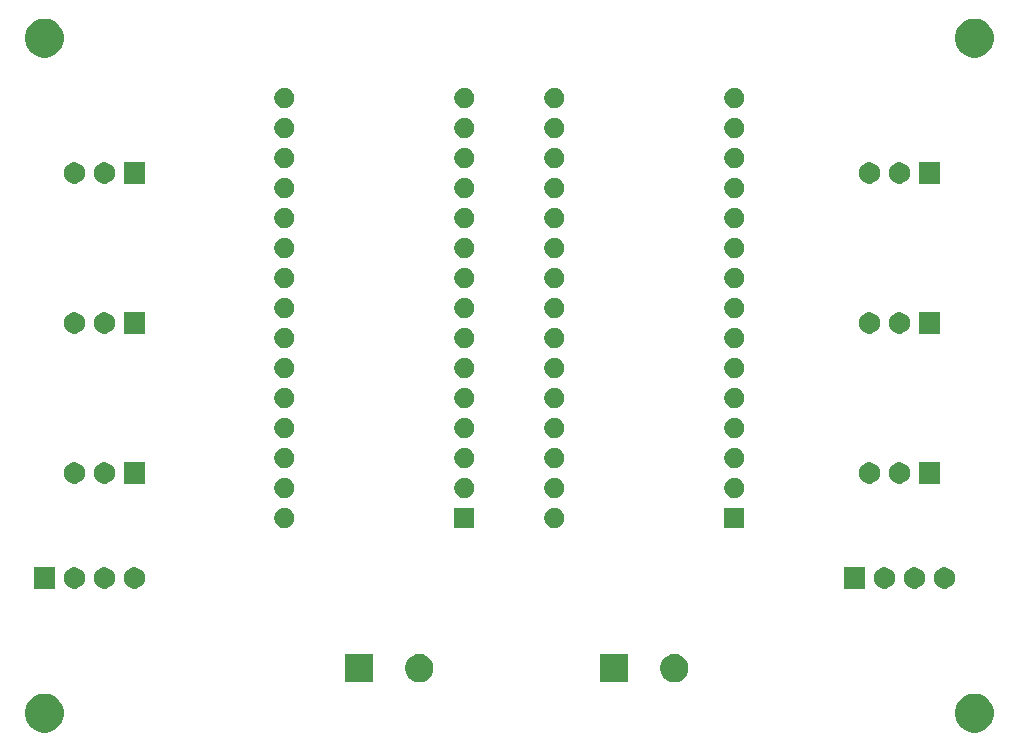
<source format=gbr>
G04 #@! TF.GenerationSoftware,KiCad,Pcbnew,(5.1.5)-3*
G04 #@! TF.CreationDate,2022-03-27T17:41:12-05:00*
G04 #@! TF.ProjectId,Two Motor Nano Controller,54776f20-4d6f-4746-9f72-204e616e6f20,rev?*
G04 #@! TF.SameCoordinates,Original*
G04 #@! TF.FileFunction,Soldermask,Bot*
G04 #@! TF.FilePolarity,Negative*
%FSLAX46Y46*%
G04 Gerber Fmt 4.6, Leading zero omitted, Abs format (unit mm)*
G04 Created by KiCad (PCBNEW (5.1.5)-3) date 2022-03-27 17:41:12*
%MOMM*%
%LPD*%
G04 APERTURE LIST*
%ADD10C,0.100000*%
G04 APERTURE END LIST*
D10*
G36*
X195955256Y-83481298D02*
G01*
X196061579Y-83502447D01*
X196362042Y-83626903D01*
X196632451Y-83807585D01*
X196862415Y-84037549D01*
X197043097Y-84307958D01*
X197167553Y-84608421D01*
X197231000Y-84927391D01*
X197231000Y-85252609D01*
X197167553Y-85571579D01*
X197043097Y-85872042D01*
X196862415Y-86142451D01*
X196632451Y-86372415D01*
X196362042Y-86553097D01*
X196061579Y-86677553D01*
X195955256Y-86698702D01*
X195742611Y-86741000D01*
X195417389Y-86741000D01*
X195204744Y-86698702D01*
X195098421Y-86677553D01*
X194797958Y-86553097D01*
X194527549Y-86372415D01*
X194297585Y-86142451D01*
X194116903Y-85872042D01*
X193992447Y-85571579D01*
X193929000Y-85252609D01*
X193929000Y-84927391D01*
X193992447Y-84608421D01*
X194116903Y-84307958D01*
X194297585Y-84037549D01*
X194527549Y-83807585D01*
X194797958Y-83626903D01*
X195098421Y-83502447D01*
X195204744Y-83481298D01*
X195417389Y-83439000D01*
X195742611Y-83439000D01*
X195955256Y-83481298D01*
G37*
G36*
X117215256Y-83481298D02*
G01*
X117321579Y-83502447D01*
X117622042Y-83626903D01*
X117892451Y-83807585D01*
X118122415Y-84037549D01*
X118303097Y-84307958D01*
X118427553Y-84608421D01*
X118491000Y-84927391D01*
X118491000Y-85252609D01*
X118427553Y-85571579D01*
X118303097Y-85872042D01*
X118122415Y-86142451D01*
X117892451Y-86372415D01*
X117622042Y-86553097D01*
X117321579Y-86677553D01*
X117215256Y-86698702D01*
X117002611Y-86741000D01*
X116677389Y-86741000D01*
X116464744Y-86698702D01*
X116358421Y-86677553D01*
X116057958Y-86553097D01*
X115787549Y-86372415D01*
X115557585Y-86142451D01*
X115376903Y-85872042D01*
X115252447Y-85571579D01*
X115189000Y-85252609D01*
X115189000Y-84927391D01*
X115252447Y-84608421D01*
X115376903Y-84307958D01*
X115557585Y-84037549D01*
X115787549Y-83807585D01*
X116057958Y-83626903D01*
X116358421Y-83502447D01*
X116464744Y-83481298D01*
X116677389Y-83439000D01*
X117002611Y-83439000D01*
X117215256Y-83481298D01*
G37*
G36*
X148938276Y-80131884D02*
G01*
X149155569Y-80221890D01*
X149155571Y-80221891D01*
X149351130Y-80352560D01*
X149517440Y-80518870D01*
X149648110Y-80714431D01*
X149738116Y-80931724D01*
X149784000Y-81162400D01*
X149784000Y-81397600D01*
X149738116Y-81628276D01*
X149648110Y-81845569D01*
X149648109Y-81845571D01*
X149517440Y-82041130D01*
X149351130Y-82207440D01*
X149155571Y-82338109D01*
X149155570Y-82338110D01*
X149155569Y-82338110D01*
X148938276Y-82428116D01*
X148707600Y-82474000D01*
X148472400Y-82474000D01*
X148241724Y-82428116D01*
X148024431Y-82338110D01*
X148024430Y-82338110D01*
X148024429Y-82338109D01*
X147828870Y-82207440D01*
X147662560Y-82041130D01*
X147531891Y-81845571D01*
X147531890Y-81845569D01*
X147441884Y-81628276D01*
X147396000Y-81397600D01*
X147396000Y-81162400D01*
X147441884Y-80931724D01*
X147531890Y-80714431D01*
X147662560Y-80518870D01*
X147828870Y-80352560D01*
X148024429Y-80221891D01*
X148024431Y-80221890D01*
X148241724Y-80131884D01*
X148472400Y-80086000D01*
X148707600Y-80086000D01*
X148938276Y-80131884D01*
G37*
G36*
X144704000Y-82474000D02*
G01*
X142316000Y-82474000D01*
X142316000Y-80086000D01*
X144704000Y-80086000D01*
X144704000Y-82474000D01*
G37*
G36*
X166294000Y-82474000D02*
G01*
X163906000Y-82474000D01*
X163906000Y-80086000D01*
X166294000Y-80086000D01*
X166294000Y-82474000D01*
G37*
G36*
X170528276Y-80131884D02*
G01*
X170745569Y-80221890D01*
X170745571Y-80221891D01*
X170941130Y-80352560D01*
X171107440Y-80518870D01*
X171238110Y-80714431D01*
X171328116Y-80931724D01*
X171374000Y-81162400D01*
X171374000Y-81397600D01*
X171328116Y-81628276D01*
X171238110Y-81845569D01*
X171238109Y-81845571D01*
X171107440Y-82041130D01*
X170941130Y-82207440D01*
X170745571Y-82338109D01*
X170745570Y-82338110D01*
X170745569Y-82338110D01*
X170528276Y-82428116D01*
X170297600Y-82474000D01*
X170062400Y-82474000D01*
X169831724Y-82428116D01*
X169614431Y-82338110D01*
X169614430Y-82338110D01*
X169614429Y-82338109D01*
X169418870Y-82207440D01*
X169252560Y-82041130D01*
X169121891Y-81845571D01*
X169121890Y-81845569D01*
X169031884Y-81628276D01*
X168986000Y-81397600D01*
X168986000Y-81162400D01*
X169031884Y-80931724D01*
X169121890Y-80714431D01*
X169252560Y-80518870D01*
X169418870Y-80352560D01*
X169614429Y-80221891D01*
X169614431Y-80221890D01*
X169831724Y-80131884D01*
X170062400Y-80086000D01*
X170297600Y-80086000D01*
X170528276Y-80131884D01*
G37*
G36*
X190613512Y-72763927D02*
G01*
X190762812Y-72793624D01*
X190926784Y-72861544D01*
X191074354Y-72960147D01*
X191199853Y-73085646D01*
X191298456Y-73233216D01*
X191366376Y-73397188D01*
X191401000Y-73571259D01*
X191401000Y-73748741D01*
X191366376Y-73922812D01*
X191298456Y-74086784D01*
X191199853Y-74234354D01*
X191074354Y-74359853D01*
X190926784Y-74458456D01*
X190762812Y-74526376D01*
X190613512Y-74556073D01*
X190588742Y-74561000D01*
X190411258Y-74561000D01*
X190386488Y-74556073D01*
X190237188Y-74526376D01*
X190073216Y-74458456D01*
X189925646Y-74359853D01*
X189800147Y-74234354D01*
X189701544Y-74086784D01*
X189633624Y-73922812D01*
X189599000Y-73748741D01*
X189599000Y-73571259D01*
X189633624Y-73397188D01*
X189701544Y-73233216D01*
X189800147Y-73085646D01*
X189925646Y-72960147D01*
X190073216Y-72861544D01*
X190237188Y-72793624D01*
X190386488Y-72763927D01*
X190411258Y-72759000D01*
X190588742Y-72759000D01*
X190613512Y-72763927D01*
G37*
G36*
X193153512Y-72763927D02*
G01*
X193302812Y-72793624D01*
X193466784Y-72861544D01*
X193614354Y-72960147D01*
X193739853Y-73085646D01*
X193838456Y-73233216D01*
X193906376Y-73397188D01*
X193941000Y-73571259D01*
X193941000Y-73748741D01*
X193906376Y-73922812D01*
X193838456Y-74086784D01*
X193739853Y-74234354D01*
X193614354Y-74359853D01*
X193466784Y-74458456D01*
X193302812Y-74526376D01*
X193153512Y-74556073D01*
X193128742Y-74561000D01*
X192951258Y-74561000D01*
X192926488Y-74556073D01*
X192777188Y-74526376D01*
X192613216Y-74458456D01*
X192465646Y-74359853D01*
X192340147Y-74234354D01*
X192241544Y-74086784D01*
X192173624Y-73922812D01*
X192139000Y-73748741D01*
X192139000Y-73571259D01*
X192173624Y-73397188D01*
X192241544Y-73233216D01*
X192340147Y-73085646D01*
X192465646Y-72960147D01*
X192613216Y-72861544D01*
X192777188Y-72793624D01*
X192926488Y-72763927D01*
X192951258Y-72759000D01*
X193128742Y-72759000D01*
X193153512Y-72763927D01*
G37*
G36*
X124573512Y-72763927D02*
G01*
X124722812Y-72793624D01*
X124886784Y-72861544D01*
X125034354Y-72960147D01*
X125159853Y-73085646D01*
X125258456Y-73233216D01*
X125326376Y-73397188D01*
X125361000Y-73571259D01*
X125361000Y-73748741D01*
X125326376Y-73922812D01*
X125258456Y-74086784D01*
X125159853Y-74234354D01*
X125034354Y-74359853D01*
X124886784Y-74458456D01*
X124722812Y-74526376D01*
X124573512Y-74556073D01*
X124548742Y-74561000D01*
X124371258Y-74561000D01*
X124346488Y-74556073D01*
X124197188Y-74526376D01*
X124033216Y-74458456D01*
X123885646Y-74359853D01*
X123760147Y-74234354D01*
X123661544Y-74086784D01*
X123593624Y-73922812D01*
X123559000Y-73748741D01*
X123559000Y-73571259D01*
X123593624Y-73397188D01*
X123661544Y-73233216D01*
X123760147Y-73085646D01*
X123885646Y-72960147D01*
X124033216Y-72861544D01*
X124197188Y-72793624D01*
X124346488Y-72763927D01*
X124371258Y-72759000D01*
X124548742Y-72759000D01*
X124573512Y-72763927D01*
G37*
G36*
X122033512Y-72763927D02*
G01*
X122182812Y-72793624D01*
X122346784Y-72861544D01*
X122494354Y-72960147D01*
X122619853Y-73085646D01*
X122718456Y-73233216D01*
X122786376Y-73397188D01*
X122821000Y-73571259D01*
X122821000Y-73748741D01*
X122786376Y-73922812D01*
X122718456Y-74086784D01*
X122619853Y-74234354D01*
X122494354Y-74359853D01*
X122346784Y-74458456D01*
X122182812Y-74526376D01*
X122033512Y-74556073D01*
X122008742Y-74561000D01*
X121831258Y-74561000D01*
X121806488Y-74556073D01*
X121657188Y-74526376D01*
X121493216Y-74458456D01*
X121345646Y-74359853D01*
X121220147Y-74234354D01*
X121121544Y-74086784D01*
X121053624Y-73922812D01*
X121019000Y-73748741D01*
X121019000Y-73571259D01*
X121053624Y-73397188D01*
X121121544Y-73233216D01*
X121220147Y-73085646D01*
X121345646Y-72960147D01*
X121493216Y-72861544D01*
X121657188Y-72793624D01*
X121806488Y-72763927D01*
X121831258Y-72759000D01*
X122008742Y-72759000D01*
X122033512Y-72763927D01*
G37*
G36*
X119493512Y-72763927D02*
G01*
X119642812Y-72793624D01*
X119806784Y-72861544D01*
X119954354Y-72960147D01*
X120079853Y-73085646D01*
X120178456Y-73233216D01*
X120246376Y-73397188D01*
X120281000Y-73571259D01*
X120281000Y-73748741D01*
X120246376Y-73922812D01*
X120178456Y-74086784D01*
X120079853Y-74234354D01*
X119954354Y-74359853D01*
X119806784Y-74458456D01*
X119642812Y-74526376D01*
X119493512Y-74556073D01*
X119468742Y-74561000D01*
X119291258Y-74561000D01*
X119266488Y-74556073D01*
X119117188Y-74526376D01*
X118953216Y-74458456D01*
X118805646Y-74359853D01*
X118680147Y-74234354D01*
X118581544Y-74086784D01*
X118513624Y-73922812D01*
X118479000Y-73748741D01*
X118479000Y-73571259D01*
X118513624Y-73397188D01*
X118581544Y-73233216D01*
X118680147Y-73085646D01*
X118805646Y-72960147D01*
X118953216Y-72861544D01*
X119117188Y-72793624D01*
X119266488Y-72763927D01*
X119291258Y-72759000D01*
X119468742Y-72759000D01*
X119493512Y-72763927D01*
G37*
G36*
X117741000Y-74561000D02*
G01*
X115939000Y-74561000D01*
X115939000Y-72759000D01*
X117741000Y-72759000D01*
X117741000Y-74561000D01*
G37*
G36*
X188073512Y-72763927D02*
G01*
X188222812Y-72793624D01*
X188386784Y-72861544D01*
X188534354Y-72960147D01*
X188659853Y-73085646D01*
X188758456Y-73233216D01*
X188826376Y-73397188D01*
X188861000Y-73571259D01*
X188861000Y-73748741D01*
X188826376Y-73922812D01*
X188758456Y-74086784D01*
X188659853Y-74234354D01*
X188534354Y-74359853D01*
X188386784Y-74458456D01*
X188222812Y-74526376D01*
X188073512Y-74556073D01*
X188048742Y-74561000D01*
X187871258Y-74561000D01*
X187846488Y-74556073D01*
X187697188Y-74526376D01*
X187533216Y-74458456D01*
X187385646Y-74359853D01*
X187260147Y-74234354D01*
X187161544Y-74086784D01*
X187093624Y-73922812D01*
X187059000Y-73748741D01*
X187059000Y-73571259D01*
X187093624Y-73397188D01*
X187161544Y-73233216D01*
X187260147Y-73085646D01*
X187385646Y-72960147D01*
X187533216Y-72861544D01*
X187697188Y-72793624D01*
X187846488Y-72763927D01*
X187871258Y-72759000D01*
X188048742Y-72759000D01*
X188073512Y-72763927D01*
G37*
G36*
X186321000Y-74561000D02*
G01*
X184519000Y-74561000D01*
X184519000Y-72759000D01*
X186321000Y-72759000D01*
X186321000Y-74561000D01*
G37*
G36*
X137408228Y-67761703D02*
G01*
X137563100Y-67825853D01*
X137702481Y-67918985D01*
X137821015Y-68037519D01*
X137914147Y-68176900D01*
X137978297Y-68331772D01*
X138011000Y-68496184D01*
X138011000Y-68663816D01*
X137978297Y-68828228D01*
X137914147Y-68983100D01*
X137821015Y-69122481D01*
X137702481Y-69241015D01*
X137563100Y-69334147D01*
X137408228Y-69398297D01*
X137243816Y-69431000D01*
X137076184Y-69431000D01*
X136911772Y-69398297D01*
X136756900Y-69334147D01*
X136617519Y-69241015D01*
X136498985Y-69122481D01*
X136405853Y-68983100D01*
X136341703Y-68828228D01*
X136309000Y-68663816D01*
X136309000Y-68496184D01*
X136341703Y-68331772D01*
X136405853Y-68176900D01*
X136498985Y-68037519D01*
X136617519Y-67918985D01*
X136756900Y-67825853D01*
X136911772Y-67761703D01*
X137076184Y-67729000D01*
X137243816Y-67729000D01*
X137408228Y-67761703D01*
G37*
G36*
X160268228Y-67761703D02*
G01*
X160423100Y-67825853D01*
X160562481Y-67918985D01*
X160681015Y-68037519D01*
X160774147Y-68176900D01*
X160838297Y-68331772D01*
X160871000Y-68496184D01*
X160871000Y-68663816D01*
X160838297Y-68828228D01*
X160774147Y-68983100D01*
X160681015Y-69122481D01*
X160562481Y-69241015D01*
X160423100Y-69334147D01*
X160268228Y-69398297D01*
X160103816Y-69431000D01*
X159936184Y-69431000D01*
X159771772Y-69398297D01*
X159616900Y-69334147D01*
X159477519Y-69241015D01*
X159358985Y-69122481D01*
X159265853Y-68983100D01*
X159201703Y-68828228D01*
X159169000Y-68663816D01*
X159169000Y-68496184D01*
X159201703Y-68331772D01*
X159265853Y-68176900D01*
X159358985Y-68037519D01*
X159477519Y-67918985D01*
X159616900Y-67825853D01*
X159771772Y-67761703D01*
X159936184Y-67729000D01*
X160103816Y-67729000D01*
X160268228Y-67761703D01*
G37*
G36*
X153251000Y-69431000D02*
G01*
X151549000Y-69431000D01*
X151549000Y-67729000D01*
X153251000Y-67729000D01*
X153251000Y-69431000D01*
G37*
G36*
X176111000Y-69431000D02*
G01*
X174409000Y-69431000D01*
X174409000Y-67729000D01*
X176111000Y-67729000D01*
X176111000Y-69431000D01*
G37*
G36*
X152648228Y-65221703D02*
G01*
X152803100Y-65285853D01*
X152942481Y-65378985D01*
X153061015Y-65497519D01*
X153154147Y-65636900D01*
X153218297Y-65791772D01*
X153251000Y-65956184D01*
X153251000Y-66123816D01*
X153218297Y-66288228D01*
X153154147Y-66443100D01*
X153061015Y-66582481D01*
X152942481Y-66701015D01*
X152803100Y-66794147D01*
X152648228Y-66858297D01*
X152483816Y-66891000D01*
X152316184Y-66891000D01*
X152151772Y-66858297D01*
X151996900Y-66794147D01*
X151857519Y-66701015D01*
X151738985Y-66582481D01*
X151645853Y-66443100D01*
X151581703Y-66288228D01*
X151549000Y-66123816D01*
X151549000Y-65956184D01*
X151581703Y-65791772D01*
X151645853Y-65636900D01*
X151738985Y-65497519D01*
X151857519Y-65378985D01*
X151996900Y-65285853D01*
X152151772Y-65221703D01*
X152316184Y-65189000D01*
X152483816Y-65189000D01*
X152648228Y-65221703D01*
G37*
G36*
X137408228Y-65221703D02*
G01*
X137563100Y-65285853D01*
X137702481Y-65378985D01*
X137821015Y-65497519D01*
X137914147Y-65636900D01*
X137978297Y-65791772D01*
X138011000Y-65956184D01*
X138011000Y-66123816D01*
X137978297Y-66288228D01*
X137914147Y-66443100D01*
X137821015Y-66582481D01*
X137702481Y-66701015D01*
X137563100Y-66794147D01*
X137408228Y-66858297D01*
X137243816Y-66891000D01*
X137076184Y-66891000D01*
X136911772Y-66858297D01*
X136756900Y-66794147D01*
X136617519Y-66701015D01*
X136498985Y-66582481D01*
X136405853Y-66443100D01*
X136341703Y-66288228D01*
X136309000Y-66123816D01*
X136309000Y-65956184D01*
X136341703Y-65791772D01*
X136405853Y-65636900D01*
X136498985Y-65497519D01*
X136617519Y-65378985D01*
X136756900Y-65285853D01*
X136911772Y-65221703D01*
X137076184Y-65189000D01*
X137243816Y-65189000D01*
X137408228Y-65221703D01*
G37*
G36*
X160268228Y-65221703D02*
G01*
X160423100Y-65285853D01*
X160562481Y-65378985D01*
X160681015Y-65497519D01*
X160774147Y-65636900D01*
X160838297Y-65791772D01*
X160871000Y-65956184D01*
X160871000Y-66123816D01*
X160838297Y-66288228D01*
X160774147Y-66443100D01*
X160681015Y-66582481D01*
X160562481Y-66701015D01*
X160423100Y-66794147D01*
X160268228Y-66858297D01*
X160103816Y-66891000D01*
X159936184Y-66891000D01*
X159771772Y-66858297D01*
X159616900Y-66794147D01*
X159477519Y-66701015D01*
X159358985Y-66582481D01*
X159265853Y-66443100D01*
X159201703Y-66288228D01*
X159169000Y-66123816D01*
X159169000Y-65956184D01*
X159201703Y-65791772D01*
X159265853Y-65636900D01*
X159358985Y-65497519D01*
X159477519Y-65378985D01*
X159616900Y-65285853D01*
X159771772Y-65221703D01*
X159936184Y-65189000D01*
X160103816Y-65189000D01*
X160268228Y-65221703D01*
G37*
G36*
X175508228Y-65221703D02*
G01*
X175663100Y-65285853D01*
X175802481Y-65378985D01*
X175921015Y-65497519D01*
X176014147Y-65636900D01*
X176078297Y-65791772D01*
X176111000Y-65956184D01*
X176111000Y-66123816D01*
X176078297Y-66288228D01*
X176014147Y-66443100D01*
X175921015Y-66582481D01*
X175802481Y-66701015D01*
X175663100Y-66794147D01*
X175508228Y-66858297D01*
X175343816Y-66891000D01*
X175176184Y-66891000D01*
X175011772Y-66858297D01*
X174856900Y-66794147D01*
X174717519Y-66701015D01*
X174598985Y-66582481D01*
X174505853Y-66443100D01*
X174441703Y-66288228D01*
X174409000Y-66123816D01*
X174409000Y-65956184D01*
X174441703Y-65791772D01*
X174505853Y-65636900D01*
X174598985Y-65497519D01*
X174717519Y-65378985D01*
X174856900Y-65285853D01*
X175011772Y-65221703D01*
X175176184Y-65189000D01*
X175343816Y-65189000D01*
X175508228Y-65221703D01*
G37*
G36*
X186803512Y-63873927D02*
G01*
X186952812Y-63903624D01*
X187116784Y-63971544D01*
X187264354Y-64070147D01*
X187389853Y-64195646D01*
X187488456Y-64343216D01*
X187556376Y-64507188D01*
X187591000Y-64681259D01*
X187591000Y-64858741D01*
X187556376Y-65032812D01*
X187488456Y-65196784D01*
X187389853Y-65344354D01*
X187264354Y-65469853D01*
X187116784Y-65568456D01*
X186952812Y-65636376D01*
X186803512Y-65666073D01*
X186778742Y-65671000D01*
X186601258Y-65671000D01*
X186576488Y-65666073D01*
X186427188Y-65636376D01*
X186263216Y-65568456D01*
X186115646Y-65469853D01*
X185990147Y-65344354D01*
X185891544Y-65196784D01*
X185823624Y-65032812D01*
X185789000Y-64858741D01*
X185789000Y-64681259D01*
X185823624Y-64507188D01*
X185891544Y-64343216D01*
X185990147Y-64195646D01*
X186115646Y-64070147D01*
X186263216Y-63971544D01*
X186427188Y-63903624D01*
X186576488Y-63873927D01*
X186601258Y-63869000D01*
X186778742Y-63869000D01*
X186803512Y-63873927D01*
G37*
G36*
X189343512Y-63873927D02*
G01*
X189492812Y-63903624D01*
X189656784Y-63971544D01*
X189804354Y-64070147D01*
X189929853Y-64195646D01*
X190028456Y-64343216D01*
X190096376Y-64507188D01*
X190131000Y-64681259D01*
X190131000Y-64858741D01*
X190096376Y-65032812D01*
X190028456Y-65196784D01*
X189929853Y-65344354D01*
X189804354Y-65469853D01*
X189656784Y-65568456D01*
X189492812Y-65636376D01*
X189343512Y-65666073D01*
X189318742Y-65671000D01*
X189141258Y-65671000D01*
X189116488Y-65666073D01*
X188967188Y-65636376D01*
X188803216Y-65568456D01*
X188655646Y-65469853D01*
X188530147Y-65344354D01*
X188431544Y-65196784D01*
X188363624Y-65032812D01*
X188329000Y-64858741D01*
X188329000Y-64681259D01*
X188363624Y-64507188D01*
X188431544Y-64343216D01*
X188530147Y-64195646D01*
X188655646Y-64070147D01*
X188803216Y-63971544D01*
X188967188Y-63903624D01*
X189116488Y-63873927D01*
X189141258Y-63869000D01*
X189318742Y-63869000D01*
X189343512Y-63873927D01*
G37*
G36*
X119493512Y-63873927D02*
G01*
X119642812Y-63903624D01*
X119806784Y-63971544D01*
X119954354Y-64070147D01*
X120079853Y-64195646D01*
X120178456Y-64343216D01*
X120246376Y-64507188D01*
X120281000Y-64681259D01*
X120281000Y-64858741D01*
X120246376Y-65032812D01*
X120178456Y-65196784D01*
X120079853Y-65344354D01*
X119954354Y-65469853D01*
X119806784Y-65568456D01*
X119642812Y-65636376D01*
X119493512Y-65666073D01*
X119468742Y-65671000D01*
X119291258Y-65671000D01*
X119266488Y-65666073D01*
X119117188Y-65636376D01*
X118953216Y-65568456D01*
X118805646Y-65469853D01*
X118680147Y-65344354D01*
X118581544Y-65196784D01*
X118513624Y-65032812D01*
X118479000Y-64858741D01*
X118479000Y-64681259D01*
X118513624Y-64507188D01*
X118581544Y-64343216D01*
X118680147Y-64195646D01*
X118805646Y-64070147D01*
X118953216Y-63971544D01*
X119117188Y-63903624D01*
X119266488Y-63873927D01*
X119291258Y-63869000D01*
X119468742Y-63869000D01*
X119493512Y-63873927D01*
G37*
G36*
X125361000Y-65671000D02*
G01*
X123559000Y-65671000D01*
X123559000Y-63869000D01*
X125361000Y-63869000D01*
X125361000Y-65671000D01*
G37*
G36*
X192671000Y-65671000D02*
G01*
X190869000Y-65671000D01*
X190869000Y-63869000D01*
X192671000Y-63869000D01*
X192671000Y-65671000D01*
G37*
G36*
X122033512Y-63873927D02*
G01*
X122182812Y-63903624D01*
X122346784Y-63971544D01*
X122494354Y-64070147D01*
X122619853Y-64195646D01*
X122718456Y-64343216D01*
X122786376Y-64507188D01*
X122821000Y-64681259D01*
X122821000Y-64858741D01*
X122786376Y-65032812D01*
X122718456Y-65196784D01*
X122619853Y-65344354D01*
X122494354Y-65469853D01*
X122346784Y-65568456D01*
X122182812Y-65636376D01*
X122033512Y-65666073D01*
X122008742Y-65671000D01*
X121831258Y-65671000D01*
X121806488Y-65666073D01*
X121657188Y-65636376D01*
X121493216Y-65568456D01*
X121345646Y-65469853D01*
X121220147Y-65344354D01*
X121121544Y-65196784D01*
X121053624Y-65032812D01*
X121019000Y-64858741D01*
X121019000Y-64681259D01*
X121053624Y-64507188D01*
X121121544Y-64343216D01*
X121220147Y-64195646D01*
X121345646Y-64070147D01*
X121493216Y-63971544D01*
X121657188Y-63903624D01*
X121806488Y-63873927D01*
X121831258Y-63869000D01*
X122008742Y-63869000D01*
X122033512Y-63873927D01*
G37*
G36*
X152648228Y-62681703D02*
G01*
X152803100Y-62745853D01*
X152942481Y-62838985D01*
X153061015Y-62957519D01*
X153154147Y-63096900D01*
X153218297Y-63251772D01*
X153251000Y-63416184D01*
X153251000Y-63583816D01*
X153218297Y-63748228D01*
X153154147Y-63903100D01*
X153061015Y-64042481D01*
X152942481Y-64161015D01*
X152803100Y-64254147D01*
X152648228Y-64318297D01*
X152483816Y-64351000D01*
X152316184Y-64351000D01*
X152151772Y-64318297D01*
X151996900Y-64254147D01*
X151857519Y-64161015D01*
X151738985Y-64042481D01*
X151645853Y-63903100D01*
X151581703Y-63748228D01*
X151549000Y-63583816D01*
X151549000Y-63416184D01*
X151581703Y-63251772D01*
X151645853Y-63096900D01*
X151738985Y-62957519D01*
X151857519Y-62838985D01*
X151996900Y-62745853D01*
X152151772Y-62681703D01*
X152316184Y-62649000D01*
X152483816Y-62649000D01*
X152648228Y-62681703D01*
G37*
G36*
X137408228Y-62681703D02*
G01*
X137563100Y-62745853D01*
X137702481Y-62838985D01*
X137821015Y-62957519D01*
X137914147Y-63096900D01*
X137978297Y-63251772D01*
X138011000Y-63416184D01*
X138011000Y-63583816D01*
X137978297Y-63748228D01*
X137914147Y-63903100D01*
X137821015Y-64042481D01*
X137702481Y-64161015D01*
X137563100Y-64254147D01*
X137408228Y-64318297D01*
X137243816Y-64351000D01*
X137076184Y-64351000D01*
X136911772Y-64318297D01*
X136756900Y-64254147D01*
X136617519Y-64161015D01*
X136498985Y-64042481D01*
X136405853Y-63903100D01*
X136341703Y-63748228D01*
X136309000Y-63583816D01*
X136309000Y-63416184D01*
X136341703Y-63251772D01*
X136405853Y-63096900D01*
X136498985Y-62957519D01*
X136617519Y-62838985D01*
X136756900Y-62745853D01*
X136911772Y-62681703D01*
X137076184Y-62649000D01*
X137243816Y-62649000D01*
X137408228Y-62681703D01*
G37*
G36*
X160268228Y-62681703D02*
G01*
X160423100Y-62745853D01*
X160562481Y-62838985D01*
X160681015Y-62957519D01*
X160774147Y-63096900D01*
X160838297Y-63251772D01*
X160871000Y-63416184D01*
X160871000Y-63583816D01*
X160838297Y-63748228D01*
X160774147Y-63903100D01*
X160681015Y-64042481D01*
X160562481Y-64161015D01*
X160423100Y-64254147D01*
X160268228Y-64318297D01*
X160103816Y-64351000D01*
X159936184Y-64351000D01*
X159771772Y-64318297D01*
X159616900Y-64254147D01*
X159477519Y-64161015D01*
X159358985Y-64042481D01*
X159265853Y-63903100D01*
X159201703Y-63748228D01*
X159169000Y-63583816D01*
X159169000Y-63416184D01*
X159201703Y-63251772D01*
X159265853Y-63096900D01*
X159358985Y-62957519D01*
X159477519Y-62838985D01*
X159616900Y-62745853D01*
X159771772Y-62681703D01*
X159936184Y-62649000D01*
X160103816Y-62649000D01*
X160268228Y-62681703D01*
G37*
G36*
X175508228Y-62681703D02*
G01*
X175663100Y-62745853D01*
X175802481Y-62838985D01*
X175921015Y-62957519D01*
X176014147Y-63096900D01*
X176078297Y-63251772D01*
X176111000Y-63416184D01*
X176111000Y-63583816D01*
X176078297Y-63748228D01*
X176014147Y-63903100D01*
X175921015Y-64042481D01*
X175802481Y-64161015D01*
X175663100Y-64254147D01*
X175508228Y-64318297D01*
X175343816Y-64351000D01*
X175176184Y-64351000D01*
X175011772Y-64318297D01*
X174856900Y-64254147D01*
X174717519Y-64161015D01*
X174598985Y-64042481D01*
X174505853Y-63903100D01*
X174441703Y-63748228D01*
X174409000Y-63583816D01*
X174409000Y-63416184D01*
X174441703Y-63251772D01*
X174505853Y-63096900D01*
X174598985Y-62957519D01*
X174717519Y-62838985D01*
X174856900Y-62745853D01*
X175011772Y-62681703D01*
X175176184Y-62649000D01*
X175343816Y-62649000D01*
X175508228Y-62681703D01*
G37*
G36*
X137408228Y-60141703D02*
G01*
X137563100Y-60205853D01*
X137702481Y-60298985D01*
X137821015Y-60417519D01*
X137914147Y-60556900D01*
X137978297Y-60711772D01*
X138011000Y-60876184D01*
X138011000Y-61043816D01*
X137978297Y-61208228D01*
X137914147Y-61363100D01*
X137821015Y-61502481D01*
X137702481Y-61621015D01*
X137563100Y-61714147D01*
X137408228Y-61778297D01*
X137243816Y-61811000D01*
X137076184Y-61811000D01*
X136911772Y-61778297D01*
X136756900Y-61714147D01*
X136617519Y-61621015D01*
X136498985Y-61502481D01*
X136405853Y-61363100D01*
X136341703Y-61208228D01*
X136309000Y-61043816D01*
X136309000Y-60876184D01*
X136341703Y-60711772D01*
X136405853Y-60556900D01*
X136498985Y-60417519D01*
X136617519Y-60298985D01*
X136756900Y-60205853D01*
X136911772Y-60141703D01*
X137076184Y-60109000D01*
X137243816Y-60109000D01*
X137408228Y-60141703D01*
G37*
G36*
X152648228Y-60141703D02*
G01*
X152803100Y-60205853D01*
X152942481Y-60298985D01*
X153061015Y-60417519D01*
X153154147Y-60556900D01*
X153218297Y-60711772D01*
X153251000Y-60876184D01*
X153251000Y-61043816D01*
X153218297Y-61208228D01*
X153154147Y-61363100D01*
X153061015Y-61502481D01*
X152942481Y-61621015D01*
X152803100Y-61714147D01*
X152648228Y-61778297D01*
X152483816Y-61811000D01*
X152316184Y-61811000D01*
X152151772Y-61778297D01*
X151996900Y-61714147D01*
X151857519Y-61621015D01*
X151738985Y-61502481D01*
X151645853Y-61363100D01*
X151581703Y-61208228D01*
X151549000Y-61043816D01*
X151549000Y-60876184D01*
X151581703Y-60711772D01*
X151645853Y-60556900D01*
X151738985Y-60417519D01*
X151857519Y-60298985D01*
X151996900Y-60205853D01*
X152151772Y-60141703D01*
X152316184Y-60109000D01*
X152483816Y-60109000D01*
X152648228Y-60141703D01*
G37*
G36*
X160268228Y-60141703D02*
G01*
X160423100Y-60205853D01*
X160562481Y-60298985D01*
X160681015Y-60417519D01*
X160774147Y-60556900D01*
X160838297Y-60711772D01*
X160871000Y-60876184D01*
X160871000Y-61043816D01*
X160838297Y-61208228D01*
X160774147Y-61363100D01*
X160681015Y-61502481D01*
X160562481Y-61621015D01*
X160423100Y-61714147D01*
X160268228Y-61778297D01*
X160103816Y-61811000D01*
X159936184Y-61811000D01*
X159771772Y-61778297D01*
X159616900Y-61714147D01*
X159477519Y-61621015D01*
X159358985Y-61502481D01*
X159265853Y-61363100D01*
X159201703Y-61208228D01*
X159169000Y-61043816D01*
X159169000Y-60876184D01*
X159201703Y-60711772D01*
X159265853Y-60556900D01*
X159358985Y-60417519D01*
X159477519Y-60298985D01*
X159616900Y-60205853D01*
X159771772Y-60141703D01*
X159936184Y-60109000D01*
X160103816Y-60109000D01*
X160268228Y-60141703D01*
G37*
G36*
X175508228Y-60141703D02*
G01*
X175663100Y-60205853D01*
X175802481Y-60298985D01*
X175921015Y-60417519D01*
X176014147Y-60556900D01*
X176078297Y-60711772D01*
X176111000Y-60876184D01*
X176111000Y-61043816D01*
X176078297Y-61208228D01*
X176014147Y-61363100D01*
X175921015Y-61502481D01*
X175802481Y-61621015D01*
X175663100Y-61714147D01*
X175508228Y-61778297D01*
X175343816Y-61811000D01*
X175176184Y-61811000D01*
X175011772Y-61778297D01*
X174856900Y-61714147D01*
X174717519Y-61621015D01*
X174598985Y-61502481D01*
X174505853Y-61363100D01*
X174441703Y-61208228D01*
X174409000Y-61043816D01*
X174409000Y-60876184D01*
X174441703Y-60711772D01*
X174505853Y-60556900D01*
X174598985Y-60417519D01*
X174717519Y-60298985D01*
X174856900Y-60205853D01*
X175011772Y-60141703D01*
X175176184Y-60109000D01*
X175343816Y-60109000D01*
X175508228Y-60141703D01*
G37*
G36*
X152648228Y-57601703D02*
G01*
X152803100Y-57665853D01*
X152942481Y-57758985D01*
X153061015Y-57877519D01*
X153154147Y-58016900D01*
X153218297Y-58171772D01*
X153251000Y-58336184D01*
X153251000Y-58503816D01*
X153218297Y-58668228D01*
X153154147Y-58823100D01*
X153061015Y-58962481D01*
X152942481Y-59081015D01*
X152803100Y-59174147D01*
X152648228Y-59238297D01*
X152483816Y-59271000D01*
X152316184Y-59271000D01*
X152151772Y-59238297D01*
X151996900Y-59174147D01*
X151857519Y-59081015D01*
X151738985Y-58962481D01*
X151645853Y-58823100D01*
X151581703Y-58668228D01*
X151549000Y-58503816D01*
X151549000Y-58336184D01*
X151581703Y-58171772D01*
X151645853Y-58016900D01*
X151738985Y-57877519D01*
X151857519Y-57758985D01*
X151996900Y-57665853D01*
X152151772Y-57601703D01*
X152316184Y-57569000D01*
X152483816Y-57569000D01*
X152648228Y-57601703D01*
G37*
G36*
X160268228Y-57601703D02*
G01*
X160423100Y-57665853D01*
X160562481Y-57758985D01*
X160681015Y-57877519D01*
X160774147Y-58016900D01*
X160838297Y-58171772D01*
X160871000Y-58336184D01*
X160871000Y-58503816D01*
X160838297Y-58668228D01*
X160774147Y-58823100D01*
X160681015Y-58962481D01*
X160562481Y-59081015D01*
X160423100Y-59174147D01*
X160268228Y-59238297D01*
X160103816Y-59271000D01*
X159936184Y-59271000D01*
X159771772Y-59238297D01*
X159616900Y-59174147D01*
X159477519Y-59081015D01*
X159358985Y-58962481D01*
X159265853Y-58823100D01*
X159201703Y-58668228D01*
X159169000Y-58503816D01*
X159169000Y-58336184D01*
X159201703Y-58171772D01*
X159265853Y-58016900D01*
X159358985Y-57877519D01*
X159477519Y-57758985D01*
X159616900Y-57665853D01*
X159771772Y-57601703D01*
X159936184Y-57569000D01*
X160103816Y-57569000D01*
X160268228Y-57601703D01*
G37*
G36*
X175508228Y-57601703D02*
G01*
X175663100Y-57665853D01*
X175802481Y-57758985D01*
X175921015Y-57877519D01*
X176014147Y-58016900D01*
X176078297Y-58171772D01*
X176111000Y-58336184D01*
X176111000Y-58503816D01*
X176078297Y-58668228D01*
X176014147Y-58823100D01*
X175921015Y-58962481D01*
X175802481Y-59081015D01*
X175663100Y-59174147D01*
X175508228Y-59238297D01*
X175343816Y-59271000D01*
X175176184Y-59271000D01*
X175011772Y-59238297D01*
X174856900Y-59174147D01*
X174717519Y-59081015D01*
X174598985Y-58962481D01*
X174505853Y-58823100D01*
X174441703Y-58668228D01*
X174409000Y-58503816D01*
X174409000Y-58336184D01*
X174441703Y-58171772D01*
X174505853Y-58016900D01*
X174598985Y-57877519D01*
X174717519Y-57758985D01*
X174856900Y-57665853D01*
X175011772Y-57601703D01*
X175176184Y-57569000D01*
X175343816Y-57569000D01*
X175508228Y-57601703D01*
G37*
G36*
X137408228Y-57601703D02*
G01*
X137563100Y-57665853D01*
X137702481Y-57758985D01*
X137821015Y-57877519D01*
X137914147Y-58016900D01*
X137978297Y-58171772D01*
X138011000Y-58336184D01*
X138011000Y-58503816D01*
X137978297Y-58668228D01*
X137914147Y-58823100D01*
X137821015Y-58962481D01*
X137702481Y-59081015D01*
X137563100Y-59174147D01*
X137408228Y-59238297D01*
X137243816Y-59271000D01*
X137076184Y-59271000D01*
X136911772Y-59238297D01*
X136756900Y-59174147D01*
X136617519Y-59081015D01*
X136498985Y-58962481D01*
X136405853Y-58823100D01*
X136341703Y-58668228D01*
X136309000Y-58503816D01*
X136309000Y-58336184D01*
X136341703Y-58171772D01*
X136405853Y-58016900D01*
X136498985Y-57877519D01*
X136617519Y-57758985D01*
X136756900Y-57665853D01*
X136911772Y-57601703D01*
X137076184Y-57569000D01*
X137243816Y-57569000D01*
X137408228Y-57601703D01*
G37*
G36*
X137408228Y-55061703D02*
G01*
X137563100Y-55125853D01*
X137702481Y-55218985D01*
X137821015Y-55337519D01*
X137914147Y-55476900D01*
X137978297Y-55631772D01*
X138011000Y-55796184D01*
X138011000Y-55963816D01*
X137978297Y-56128228D01*
X137914147Y-56283100D01*
X137821015Y-56422481D01*
X137702481Y-56541015D01*
X137563100Y-56634147D01*
X137408228Y-56698297D01*
X137243816Y-56731000D01*
X137076184Y-56731000D01*
X136911772Y-56698297D01*
X136756900Y-56634147D01*
X136617519Y-56541015D01*
X136498985Y-56422481D01*
X136405853Y-56283100D01*
X136341703Y-56128228D01*
X136309000Y-55963816D01*
X136309000Y-55796184D01*
X136341703Y-55631772D01*
X136405853Y-55476900D01*
X136498985Y-55337519D01*
X136617519Y-55218985D01*
X136756900Y-55125853D01*
X136911772Y-55061703D01*
X137076184Y-55029000D01*
X137243816Y-55029000D01*
X137408228Y-55061703D01*
G37*
G36*
X175508228Y-55061703D02*
G01*
X175663100Y-55125853D01*
X175802481Y-55218985D01*
X175921015Y-55337519D01*
X176014147Y-55476900D01*
X176078297Y-55631772D01*
X176111000Y-55796184D01*
X176111000Y-55963816D01*
X176078297Y-56128228D01*
X176014147Y-56283100D01*
X175921015Y-56422481D01*
X175802481Y-56541015D01*
X175663100Y-56634147D01*
X175508228Y-56698297D01*
X175343816Y-56731000D01*
X175176184Y-56731000D01*
X175011772Y-56698297D01*
X174856900Y-56634147D01*
X174717519Y-56541015D01*
X174598985Y-56422481D01*
X174505853Y-56283100D01*
X174441703Y-56128228D01*
X174409000Y-55963816D01*
X174409000Y-55796184D01*
X174441703Y-55631772D01*
X174505853Y-55476900D01*
X174598985Y-55337519D01*
X174717519Y-55218985D01*
X174856900Y-55125853D01*
X175011772Y-55061703D01*
X175176184Y-55029000D01*
X175343816Y-55029000D01*
X175508228Y-55061703D01*
G37*
G36*
X160268228Y-55061703D02*
G01*
X160423100Y-55125853D01*
X160562481Y-55218985D01*
X160681015Y-55337519D01*
X160774147Y-55476900D01*
X160838297Y-55631772D01*
X160871000Y-55796184D01*
X160871000Y-55963816D01*
X160838297Y-56128228D01*
X160774147Y-56283100D01*
X160681015Y-56422481D01*
X160562481Y-56541015D01*
X160423100Y-56634147D01*
X160268228Y-56698297D01*
X160103816Y-56731000D01*
X159936184Y-56731000D01*
X159771772Y-56698297D01*
X159616900Y-56634147D01*
X159477519Y-56541015D01*
X159358985Y-56422481D01*
X159265853Y-56283100D01*
X159201703Y-56128228D01*
X159169000Y-55963816D01*
X159169000Y-55796184D01*
X159201703Y-55631772D01*
X159265853Y-55476900D01*
X159358985Y-55337519D01*
X159477519Y-55218985D01*
X159616900Y-55125853D01*
X159771772Y-55061703D01*
X159936184Y-55029000D01*
X160103816Y-55029000D01*
X160268228Y-55061703D01*
G37*
G36*
X152648228Y-55061703D02*
G01*
X152803100Y-55125853D01*
X152942481Y-55218985D01*
X153061015Y-55337519D01*
X153154147Y-55476900D01*
X153218297Y-55631772D01*
X153251000Y-55796184D01*
X153251000Y-55963816D01*
X153218297Y-56128228D01*
X153154147Y-56283100D01*
X153061015Y-56422481D01*
X152942481Y-56541015D01*
X152803100Y-56634147D01*
X152648228Y-56698297D01*
X152483816Y-56731000D01*
X152316184Y-56731000D01*
X152151772Y-56698297D01*
X151996900Y-56634147D01*
X151857519Y-56541015D01*
X151738985Y-56422481D01*
X151645853Y-56283100D01*
X151581703Y-56128228D01*
X151549000Y-55963816D01*
X151549000Y-55796184D01*
X151581703Y-55631772D01*
X151645853Y-55476900D01*
X151738985Y-55337519D01*
X151857519Y-55218985D01*
X151996900Y-55125853D01*
X152151772Y-55061703D01*
X152316184Y-55029000D01*
X152483816Y-55029000D01*
X152648228Y-55061703D01*
G37*
G36*
X175508228Y-52521703D02*
G01*
X175663100Y-52585853D01*
X175802481Y-52678985D01*
X175921015Y-52797519D01*
X176014147Y-52936900D01*
X176078297Y-53091772D01*
X176111000Y-53256184D01*
X176111000Y-53423816D01*
X176078297Y-53588228D01*
X176014147Y-53743100D01*
X175921015Y-53882481D01*
X175802481Y-54001015D01*
X175663100Y-54094147D01*
X175508228Y-54158297D01*
X175343816Y-54191000D01*
X175176184Y-54191000D01*
X175011772Y-54158297D01*
X174856900Y-54094147D01*
X174717519Y-54001015D01*
X174598985Y-53882481D01*
X174505853Y-53743100D01*
X174441703Y-53588228D01*
X174409000Y-53423816D01*
X174409000Y-53256184D01*
X174441703Y-53091772D01*
X174505853Y-52936900D01*
X174598985Y-52797519D01*
X174717519Y-52678985D01*
X174856900Y-52585853D01*
X175011772Y-52521703D01*
X175176184Y-52489000D01*
X175343816Y-52489000D01*
X175508228Y-52521703D01*
G37*
G36*
X160268228Y-52521703D02*
G01*
X160423100Y-52585853D01*
X160562481Y-52678985D01*
X160681015Y-52797519D01*
X160774147Y-52936900D01*
X160838297Y-53091772D01*
X160871000Y-53256184D01*
X160871000Y-53423816D01*
X160838297Y-53588228D01*
X160774147Y-53743100D01*
X160681015Y-53882481D01*
X160562481Y-54001015D01*
X160423100Y-54094147D01*
X160268228Y-54158297D01*
X160103816Y-54191000D01*
X159936184Y-54191000D01*
X159771772Y-54158297D01*
X159616900Y-54094147D01*
X159477519Y-54001015D01*
X159358985Y-53882481D01*
X159265853Y-53743100D01*
X159201703Y-53588228D01*
X159169000Y-53423816D01*
X159169000Y-53256184D01*
X159201703Y-53091772D01*
X159265853Y-52936900D01*
X159358985Y-52797519D01*
X159477519Y-52678985D01*
X159616900Y-52585853D01*
X159771772Y-52521703D01*
X159936184Y-52489000D01*
X160103816Y-52489000D01*
X160268228Y-52521703D01*
G37*
G36*
X137408228Y-52521703D02*
G01*
X137563100Y-52585853D01*
X137702481Y-52678985D01*
X137821015Y-52797519D01*
X137914147Y-52936900D01*
X137978297Y-53091772D01*
X138011000Y-53256184D01*
X138011000Y-53423816D01*
X137978297Y-53588228D01*
X137914147Y-53743100D01*
X137821015Y-53882481D01*
X137702481Y-54001015D01*
X137563100Y-54094147D01*
X137408228Y-54158297D01*
X137243816Y-54191000D01*
X137076184Y-54191000D01*
X136911772Y-54158297D01*
X136756900Y-54094147D01*
X136617519Y-54001015D01*
X136498985Y-53882481D01*
X136405853Y-53743100D01*
X136341703Y-53588228D01*
X136309000Y-53423816D01*
X136309000Y-53256184D01*
X136341703Y-53091772D01*
X136405853Y-52936900D01*
X136498985Y-52797519D01*
X136617519Y-52678985D01*
X136756900Y-52585853D01*
X136911772Y-52521703D01*
X137076184Y-52489000D01*
X137243816Y-52489000D01*
X137408228Y-52521703D01*
G37*
G36*
X152648228Y-52521703D02*
G01*
X152803100Y-52585853D01*
X152942481Y-52678985D01*
X153061015Y-52797519D01*
X153154147Y-52936900D01*
X153218297Y-53091772D01*
X153251000Y-53256184D01*
X153251000Y-53423816D01*
X153218297Y-53588228D01*
X153154147Y-53743100D01*
X153061015Y-53882481D01*
X152942481Y-54001015D01*
X152803100Y-54094147D01*
X152648228Y-54158297D01*
X152483816Y-54191000D01*
X152316184Y-54191000D01*
X152151772Y-54158297D01*
X151996900Y-54094147D01*
X151857519Y-54001015D01*
X151738985Y-53882481D01*
X151645853Y-53743100D01*
X151581703Y-53588228D01*
X151549000Y-53423816D01*
X151549000Y-53256184D01*
X151581703Y-53091772D01*
X151645853Y-52936900D01*
X151738985Y-52797519D01*
X151857519Y-52678985D01*
X151996900Y-52585853D01*
X152151772Y-52521703D01*
X152316184Y-52489000D01*
X152483816Y-52489000D01*
X152648228Y-52521703D01*
G37*
G36*
X125361000Y-52971000D02*
G01*
X123559000Y-52971000D01*
X123559000Y-51169000D01*
X125361000Y-51169000D01*
X125361000Y-52971000D01*
G37*
G36*
X186803512Y-51173927D02*
G01*
X186952812Y-51203624D01*
X187116784Y-51271544D01*
X187264354Y-51370147D01*
X187389853Y-51495646D01*
X187488456Y-51643216D01*
X187556376Y-51807188D01*
X187591000Y-51981259D01*
X187591000Y-52158741D01*
X187556376Y-52332812D01*
X187488456Y-52496784D01*
X187389853Y-52644354D01*
X187264354Y-52769853D01*
X187116784Y-52868456D01*
X186952812Y-52936376D01*
X186803512Y-52966073D01*
X186778742Y-52971000D01*
X186601258Y-52971000D01*
X186576488Y-52966073D01*
X186427188Y-52936376D01*
X186263216Y-52868456D01*
X186115646Y-52769853D01*
X185990147Y-52644354D01*
X185891544Y-52496784D01*
X185823624Y-52332812D01*
X185789000Y-52158741D01*
X185789000Y-51981259D01*
X185823624Y-51807188D01*
X185891544Y-51643216D01*
X185990147Y-51495646D01*
X186115646Y-51370147D01*
X186263216Y-51271544D01*
X186427188Y-51203624D01*
X186576488Y-51173927D01*
X186601258Y-51169000D01*
X186778742Y-51169000D01*
X186803512Y-51173927D01*
G37*
G36*
X119493512Y-51173927D02*
G01*
X119642812Y-51203624D01*
X119806784Y-51271544D01*
X119954354Y-51370147D01*
X120079853Y-51495646D01*
X120178456Y-51643216D01*
X120246376Y-51807188D01*
X120281000Y-51981259D01*
X120281000Y-52158741D01*
X120246376Y-52332812D01*
X120178456Y-52496784D01*
X120079853Y-52644354D01*
X119954354Y-52769853D01*
X119806784Y-52868456D01*
X119642812Y-52936376D01*
X119493512Y-52966073D01*
X119468742Y-52971000D01*
X119291258Y-52971000D01*
X119266488Y-52966073D01*
X119117188Y-52936376D01*
X118953216Y-52868456D01*
X118805646Y-52769853D01*
X118680147Y-52644354D01*
X118581544Y-52496784D01*
X118513624Y-52332812D01*
X118479000Y-52158741D01*
X118479000Y-51981259D01*
X118513624Y-51807188D01*
X118581544Y-51643216D01*
X118680147Y-51495646D01*
X118805646Y-51370147D01*
X118953216Y-51271544D01*
X119117188Y-51203624D01*
X119266488Y-51173927D01*
X119291258Y-51169000D01*
X119468742Y-51169000D01*
X119493512Y-51173927D01*
G37*
G36*
X122033512Y-51173927D02*
G01*
X122182812Y-51203624D01*
X122346784Y-51271544D01*
X122494354Y-51370147D01*
X122619853Y-51495646D01*
X122718456Y-51643216D01*
X122786376Y-51807188D01*
X122821000Y-51981259D01*
X122821000Y-52158741D01*
X122786376Y-52332812D01*
X122718456Y-52496784D01*
X122619853Y-52644354D01*
X122494354Y-52769853D01*
X122346784Y-52868456D01*
X122182812Y-52936376D01*
X122033512Y-52966073D01*
X122008742Y-52971000D01*
X121831258Y-52971000D01*
X121806488Y-52966073D01*
X121657188Y-52936376D01*
X121493216Y-52868456D01*
X121345646Y-52769853D01*
X121220147Y-52644354D01*
X121121544Y-52496784D01*
X121053624Y-52332812D01*
X121019000Y-52158741D01*
X121019000Y-51981259D01*
X121053624Y-51807188D01*
X121121544Y-51643216D01*
X121220147Y-51495646D01*
X121345646Y-51370147D01*
X121493216Y-51271544D01*
X121657188Y-51203624D01*
X121806488Y-51173927D01*
X121831258Y-51169000D01*
X122008742Y-51169000D01*
X122033512Y-51173927D01*
G37*
G36*
X192671000Y-52971000D02*
G01*
X190869000Y-52971000D01*
X190869000Y-51169000D01*
X192671000Y-51169000D01*
X192671000Y-52971000D01*
G37*
G36*
X189343512Y-51173927D02*
G01*
X189492812Y-51203624D01*
X189656784Y-51271544D01*
X189804354Y-51370147D01*
X189929853Y-51495646D01*
X190028456Y-51643216D01*
X190096376Y-51807188D01*
X190131000Y-51981259D01*
X190131000Y-52158741D01*
X190096376Y-52332812D01*
X190028456Y-52496784D01*
X189929853Y-52644354D01*
X189804354Y-52769853D01*
X189656784Y-52868456D01*
X189492812Y-52936376D01*
X189343512Y-52966073D01*
X189318742Y-52971000D01*
X189141258Y-52971000D01*
X189116488Y-52966073D01*
X188967188Y-52936376D01*
X188803216Y-52868456D01*
X188655646Y-52769853D01*
X188530147Y-52644354D01*
X188431544Y-52496784D01*
X188363624Y-52332812D01*
X188329000Y-52158741D01*
X188329000Y-51981259D01*
X188363624Y-51807188D01*
X188431544Y-51643216D01*
X188530147Y-51495646D01*
X188655646Y-51370147D01*
X188803216Y-51271544D01*
X188967188Y-51203624D01*
X189116488Y-51173927D01*
X189141258Y-51169000D01*
X189318742Y-51169000D01*
X189343512Y-51173927D01*
G37*
G36*
X175508228Y-49981703D02*
G01*
X175663100Y-50045853D01*
X175802481Y-50138985D01*
X175921015Y-50257519D01*
X176014147Y-50396900D01*
X176078297Y-50551772D01*
X176111000Y-50716184D01*
X176111000Y-50883816D01*
X176078297Y-51048228D01*
X176014147Y-51203100D01*
X175921015Y-51342481D01*
X175802481Y-51461015D01*
X175663100Y-51554147D01*
X175508228Y-51618297D01*
X175343816Y-51651000D01*
X175176184Y-51651000D01*
X175011772Y-51618297D01*
X174856900Y-51554147D01*
X174717519Y-51461015D01*
X174598985Y-51342481D01*
X174505853Y-51203100D01*
X174441703Y-51048228D01*
X174409000Y-50883816D01*
X174409000Y-50716184D01*
X174441703Y-50551772D01*
X174505853Y-50396900D01*
X174598985Y-50257519D01*
X174717519Y-50138985D01*
X174856900Y-50045853D01*
X175011772Y-49981703D01*
X175176184Y-49949000D01*
X175343816Y-49949000D01*
X175508228Y-49981703D01*
G37*
G36*
X160268228Y-49981703D02*
G01*
X160423100Y-50045853D01*
X160562481Y-50138985D01*
X160681015Y-50257519D01*
X160774147Y-50396900D01*
X160838297Y-50551772D01*
X160871000Y-50716184D01*
X160871000Y-50883816D01*
X160838297Y-51048228D01*
X160774147Y-51203100D01*
X160681015Y-51342481D01*
X160562481Y-51461015D01*
X160423100Y-51554147D01*
X160268228Y-51618297D01*
X160103816Y-51651000D01*
X159936184Y-51651000D01*
X159771772Y-51618297D01*
X159616900Y-51554147D01*
X159477519Y-51461015D01*
X159358985Y-51342481D01*
X159265853Y-51203100D01*
X159201703Y-51048228D01*
X159169000Y-50883816D01*
X159169000Y-50716184D01*
X159201703Y-50551772D01*
X159265853Y-50396900D01*
X159358985Y-50257519D01*
X159477519Y-50138985D01*
X159616900Y-50045853D01*
X159771772Y-49981703D01*
X159936184Y-49949000D01*
X160103816Y-49949000D01*
X160268228Y-49981703D01*
G37*
G36*
X137408228Y-49981703D02*
G01*
X137563100Y-50045853D01*
X137702481Y-50138985D01*
X137821015Y-50257519D01*
X137914147Y-50396900D01*
X137978297Y-50551772D01*
X138011000Y-50716184D01*
X138011000Y-50883816D01*
X137978297Y-51048228D01*
X137914147Y-51203100D01*
X137821015Y-51342481D01*
X137702481Y-51461015D01*
X137563100Y-51554147D01*
X137408228Y-51618297D01*
X137243816Y-51651000D01*
X137076184Y-51651000D01*
X136911772Y-51618297D01*
X136756900Y-51554147D01*
X136617519Y-51461015D01*
X136498985Y-51342481D01*
X136405853Y-51203100D01*
X136341703Y-51048228D01*
X136309000Y-50883816D01*
X136309000Y-50716184D01*
X136341703Y-50551772D01*
X136405853Y-50396900D01*
X136498985Y-50257519D01*
X136617519Y-50138985D01*
X136756900Y-50045853D01*
X136911772Y-49981703D01*
X137076184Y-49949000D01*
X137243816Y-49949000D01*
X137408228Y-49981703D01*
G37*
G36*
X152648228Y-49981703D02*
G01*
X152803100Y-50045853D01*
X152942481Y-50138985D01*
X153061015Y-50257519D01*
X153154147Y-50396900D01*
X153218297Y-50551772D01*
X153251000Y-50716184D01*
X153251000Y-50883816D01*
X153218297Y-51048228D01*
X153154147Y-51203100D01*
X153061015Y-51342481D01*
X152942481Y-51461015D01*
X152803100Y-51554147D01*
X152648228Y-51618297D01*
X152483816Y-51651000D01*
X152316184Y-51651000D01*
X152151772Y-51618297D01*
X151996900Y-51554147D01*
X151857519Y-51461015D01*
X151738985Y-51342481D01*
X151645853Y-51203100D01*
X151581703Y-51048228D01*
X151549000Y-50883816D01*
X151549000Y-50716184D01*
X151581703Y-50551772D01*
X151645853Y-50396900D01*
X151738985Y-50257519D01*
X151857519Y-50138985D01*
X151996900Y-50045853D01*
X152151772Y-49981703D01*
X152316184Y-49949000D01*
X152483816Y-49949000D01*
X152648228Y-49981703D01*
G37*
G36*
X175508228Y-47441703D02*
G01*
X175663100Y-47505853D01*
X175802481Y-47598985D01*
X175921015Y-47717519D01*
X176014147Y-47856900D01*
X176078297Y-48011772D01*
X176111000Y-48176184D01*
X176111000Y-48343816D01*
X176078297Y-48508228D01*
X176014147Y-48663100D01*
X175921015Y-48802481D01*
X175802481Y-48921015D01*
X175663100Y-49014147D01*
X175508228Y-49078297D01*
X175343816Y-49111000D01*
X175176184Y-49111000D01*
X175011772Y-49078297D01*
X174856900Y-49014147D01*
X174717519Y-48921015D01*
X174598985Y-48802481D01*
X174505853Y-48663100D01*
X174441703Y-48508228D01*
X174409000Y-48343816D01*
X174409000Y-48176184D01*
X174441703Y-48011772D01*
X174505853Y-47856900D01*
X174598985Y-47717519D01*
X174717519Y-47598985D01*
X174856900Y-47505853D01*
X175011772Y-47441703D01*
X175176184Y-47409000D01*
X175343816Y-47409000D01*
X175508228Y-47441703D01*
G37*
G36*
X152648228Y-47441703D02*
G01*
X152803100Y-47505853D01*
X152942481Y-47598985D01*
X153061015Y-47717519D01*
X153154147Y-47856900D01*
X153218297Y-48011772D01*
X153251000Y-48176184D01*
X153251000Y-48343816D01*
X153218297Y-48508228D01*
X153154147Y-48663100D01*
X153061015Y-48802481D01*
X152942481Y-48921015D01*
X152803100Y-49014147D01*
X152648228Y-49078297D01*
X152483816Y-49111000D01*
X152316184Y-49111000D01*
X152151772Y-49078297D01*
X151996900Y-49014147D01*
X151857519Y-48921015D01*
X151738985Y-48802481D01*
X151645853Y-48663100D01*
X151581703Y-48508228D01*
X151549000Y-48343816D01*
X151549000Y-48176184D01*
X151581703Y-48011772D01*
X151645853Y-47856900D01*
X151738985Y-47717519D01*
X151857519Y-47598985D01*
X151996900Y-47505853D01*
X152151772Y-47441703D01*
X152316184Y-47409000D01*
X152483816Y-47409000D01*
X152648228Y-47441703D01*
G37*
G36*
X160268228Y-47441703D02*
G01*
X160423100Y-47505853D01*
X160562481Y-47598985D01*
X160681015Y-47717519D01*
X160774147Y-47856900D01*
X160838297Y-48011772D01*
X160871000Y-48176184D01*
X160871000Y-48343816D01*
X160838297Y-48508228D01*
X160774147Y-48663100D01*
X160681015Y-48802481D01*
X160562481Y-48921015D01*
X160423100Y-49014147D01*
X160268228Y-49078297D01*
X160103816Y-49111000D01*
X159936184Y-49111000D01*
X159771772Y-49078297D01*
X159616900Y-49014147D01*
X159477519Y-48921015D01*
X159358985Y-48802481D01*
X159265853Y-48663100D01*
X159201703Y-48508228D01*
X159169000Y-48343816D01*
X159169000Y-48176184D01*
X159201703Y-48011772D01*
X159265853Y-47856900D01*
X159358985Y-47717519D01*
X159477519Y-47598985D01*
X159616900Y-47505853D01*
X159771772Y-47441703D01*
X159936184Y-47409000D01*
X160103816Y-47409000D01*
X160268228Y-47441703D01*
G37*
G36*
X137408228Y-47441703D02*
G01*
X137563100Y-47505853D01*
X137702481Y-47598985D01*
X137821015Y-47717519D01*
X137914147Y-47856900D01*
X137978297Y-48011772D01*
X138011000Y-48176184D01*
X138011000Y-48343816D01*
X137978297Y-48508228D01*
X137914147Y-48663100D01*
X137821015Y-48802481D01*
X137702481Y-48921015D01*
X137563100Y-49014147D01*
X137408228Y-49078297D01*
X137243816Y-49111000D01*
X137076184Y-49111000D01*
X136911772Y-49078297D01*
X136756900Y-49014147D01*
X136617519Y-48921015D01*
X136498985Y-48802481D01*
X136405853Y-48663100D01*
X136341703Y-48508228D01*
X136309000Y-48343816D01*
X136309000Y-48176184D01*
X136341703Y-48011772D01*
X136405853Y-47856900D01*
X136498985Y-47717519D01*
X136617519Y-47598985D01*
X136756900Y-47505853D01*
X136911772Y-47441703D01*
X137076184Y-47409000D01*
X137243816Y-47409000D01*
X137408228Y-47441703D01*
G37*
G36*
X137408228Y-44901703D02*
G01*
X137563100Y-44965853D01*
X137702481Y-45058985D01*
X137821015Y-45177519D01*
X137914147Y-45316900D01*
X137978297Y-45471772D01*
X138011000Y-45636184D01*
X138011000Y-45803816D01*
X137978297Y-45968228D01*
X137914147Y-46123100D01*
X137821015Y-46262481D01*
X137702481Y-46381015D01*
X137563100Y-46474147D01*
X137408228Y-46538297D01*
X137243816Y-46571000D01*
X137076184Y-46571000D01*
X136911772Y-46538297D01*
X136756900Y-46474147D01*
X136617519Y-46381015D01*
X136498985Y-46262481D01*
X136405853Y-46123100D01*
X136341703Y-45968228D01*
X136309000Y-45803816D01*
X136309000Y-45636184D01*
X136341703Y-45471772D01*
X136405853Y-45316900D01*
X136498985Y-45177519D01*
X136617519Y-45058985D01*
X136756900Y-44965853D01*
X136911772Y-44901703D01*
X137076184Y-44869000D01*
X137243816Y-44869000D01*
X137408228Y-44901703D01*
G37*
G36*
X175508228Y-44901703D02*
G01*
X175663100Y-44965853D01*
X175802481Y-45058985D01*
X175921015Y-45177519D01*
X176014147Y-45316900D01*
X176078297Y-45471772D01*
X176111000Y-45636184D01*
X176111000Y-45803816D01*
X176078297Y-45968228D01*
X176014147Y-46123100D01*
X175921015Y-46262481D01*
X175802481Y-46381015D01*
X175663100Y-46474147D01*
X175508228Y-46538297D01*
X175343816Y-46571000D01*
X175176184Y-46571000D01*
X175011772Y-46538297D01*
X174856900Y-46474147D01*
X174717519Y-46381015D01*
X174598985Y-46262481D01*
X174505853Y-46123100D01*
X174441703Y-45968228D01*
X174409000Y-45803816D01*
X174409000Y-45636184D01*
X174441703Y-45471772D01*
X174505853Y-45316900D01*
X174598985Y-45177519D01*
X174717519Y-45058985D01*
X174856900Y-44965853D01*
X175011772Y-44901703D01*
X175176184Y-44869000D01*
X175343816Y-44869000D01*
X175508228Y-44901703D01*
G37*
G36*
X160268228Y-44901703D02*
G01*
X160423100Y-44965853D01*
X160562481Y-45058985D01*
X160681015Y-45177519D01*
X160774147Y-45316900D01*
X160838297Y-45471772D01*
X160871000Y-45636184D01*
X160871000Y-45803816D01*
X160838297Y-45968228D01*
X160774147Y-46123100D01*
X160681015Y-46262481D01*
X160562481Y-46381015D01*
X160423100Y-46474147D01*
X160268228Y-46538297D01*
X160103816Y-46571000D01*
X159936184Y-46571000D01*
X159771772Y-46538297D01*
X159616900Y-46474147D01*
X159477519Y-46381015D01*
X159358985Y-46262481D01*
X159265853Y-46123100D01*
X159201703Y-45968228D01*
X159169000Y-45803816D01*
X159169000Y-45636184D01*
X159201703Y-45471772D01*
X159265853Y-45316900D01*
X159358985Y-45177519D01*
X159477519Y-45058985D01*
X159616900Y-44965853D01*
X159771772Y-44901703D01*
X159936184Y-44869000D01*
X160103816Y-44869000D01*
X160268228Y-44901703D01*
G37*
G36*
X152648228Y-44901703D02*
G01*
X152803100Y-44965853D01*
X152942481Y-45058985D01*
X153061015Y-45177519D01*
X153154147Y-45316900D01*
X153218297Y-45471772D01*
X153251000Y-45636184D01*
X153251000Y-45803816D01*
X153218297Y-45968228D01*
X153154147Y-46123100D01*
X153061015Y-46262481D01*
X152942481Y-46381015D01*
X152803100Y-46474147D01*
X152648228Y-46538297D01*
X152483816Y-46571000D01*
X152316184Y-46571000D01*
X152151772Y-46538297D01*
X151996900Y-46474147D01*
X151857519Y-46381015D01*
X151738985Y-46262481D01*
X151645853Y-46123100D01*
X151581703Y-45968228D01*
X151549000Y-45803816D01*
X151549000Y-45636184D01*
X151581703Y-45471772D01*
X151645853Y-45316900D01*
X151738985Y-45177519D01*
X151857519Y-45058985D01*
X151996900Y-44965853D01*
X152151772Y-44901703D01*
X152316184Y-44869000D01*
X152483816Y-44869000D01*
X152648228Y-44901703D01*
G37*
G36*
X175508228Y-42361703D02*
G01*
X175663100Y-42425853D01*
X175802481Y-42518985D01*
X175921015Y-42637519D01*
X176014147Y-42776900D01*
X176078297Y-42931772D01*
X176111000Y-43096184D01*
X176111000Y-43263816D01*
X176078297Y-43428228D01*
X176014147Y-43583100D01*
X175921015Y-43722481D01*
X175802481Y-43841015D01*
X175663100Y-43934147D01*
X175508228Y-43998297D01*
X175343816Y-44031000D01*
X175176184Y-44031000D01*
X175011772Y-43998297D01*
X174856900Y-43934147D01*
X174717519Y-43841015D01*
X174598985Y-43722481D01*
X174505853Y-43583100D01*
X174441703Y-43428228D01*
X174409000Y-43263816D01*
X174409000Y-43096184D01*
X174441703Y-42931772D01*
X174505853Y-42776900D01*
X174598985Y-42637519D01*
X174717519Y-42518985D01*
X174856900Y-42425853D01*
X175011772Y-42361703D01*
X175176184Y-42329000D01*
X175343816Y-42329000D01*
X175508228Y-42361703D01*
G37*
G36*
X160268228Y-42361703D02*
G01*
X160423100Y-42425853D01*
X160562481Y-42518985D01*
X160681015Y-42637519D01*
X160774147Y-42776900D01*
X160838297Y-42931772D01*
X160871000Y-43096184D01*
X160871000Y-43263816D01*
X160838297Y-43428228D01*
X160774147Y-43583100D01*
X160681015Y-43722481D01*
X160562481Y-43841015D01*
X160423100Y-43934147D01*
X160268228Y-43998297D01*
X160103816Y-44031000D01*
X159936184Y-44031000D01*
X159771772Y-43998297D01*
X159616900Y-43934147D01*
X159477519Y-43841015D01*
X159358985Y-43722481D01*
X159265853Y-43583100D01*
X159201703Y-43428228D01*
X159169000Y-43263816D01*
X159169000Y-43096184D01*
X159201703Y-42931772D01*
X159265853Y-42776900D01*
X159358985Y-42637519D01*
X159477519Y-42518985D01*
X159616900Y-42425853D01*
X159771772Y-42361703D01*
X159936184Y-42329000D01*
X160103816Y-42329000D01*
X160268228Y-42361703D01*
G37*
G36*
X152648228Y-42361703D02*
G01*
X152803100Y-42425853D01*
X152942481Y-42518985D01*
X153061015Y-42637519D01*
X153154147Y-42776900D01*
X153218297Y-42931772D01*
X153251000Y-43096184D01*
X153251000Y-43263816D01*
X153218297Y-43428228D01*
X153154147Y-43583100D01*
X153061015Y-43722481D01*
X152942481Y-43841015D01*
X152803100Y-43934147D01*
X152648228Y-43998297D01*
X152483816Y-44031000D01*
X152316184Y-44031000D01*
X152151772Y-43998297D01*
X151996900Y-43934147D01*
X151857519Y-43841015D01*
X151738985Y-43722481D01*
X151645853Y-43583100D01*
X151581703Y-43428228D01*
X151549000Y-43263816D01*
X151549000Y-43096184D01*
X151581703Y-42931772D01*
X151645853Y-42776900D01*
X151738985Y-42637519D01*
X151857519Y-42518985D01*
X151996900Y-42425853D01*
X152151772Y-42361703D01*
X152316184Y-42329000D01*
X152483816Y-42329000D01*
X152648228Y-42361703D01*
G37*
G36*
X137408228Y-42361703D02*
G01*
X137563100Y-42425853D01*
X137702481Y-42518985D01*
X137821015Y-42637519D01*
X137914147Y-42776900D01*
X137978297Y-42931772D01*
X138011000Y-43096184D01*
X138011000Y-43263816D01*
X137978297Y-43428228D01*
X137914147Y-43583100D01*
X137821015Y-43722481D01*
X137702481Y-43841015D01*
X137563100Y-43934147D01*
X137408228Y-43998297D01*
X137243816Y-44031000D01*
X137076184Y-44031000D01*
X136911772Y-43998297D01*
X136756900Y-43934147D01*
X136617519Y-43841015D01*
X136498985Y-43722481D01*
X136405853Y-43583100D01*
X136341703Y-43428228D01*
X136309000Y-43263816D01*
X136309000Y-43096184D01*
X136341703Y-42931772D01*
X136405853Y-42776900D01*
X136498985Y-42637519D01*
X136617519Y-42518985D01*
X136756900Y-42425853D01*
X136911772Y-42361703D01*
X137076184Y-42329000D01*
X137243816Y-42329000D01*
X137408228Y-42361703D01*
G37*
G36*
X160268228Y-39821703D02*
G01*
X160423100Y-39885853D01*
X160562481Y-39978985D01*
X160681015Y-40097519D01*
X160774147Y-40236900D01*
X160838297Y-40391772D01*
X160871000Y-40556184D01*
X160871000Y-40723816D01*
X160838297Y-40888228D01*
X160774147Y-41043100D01*
X160681015Y-41182481D01*
X160562481Y-41301015D01*
X160423100Y-41394147D01*
X160268228Y-41458297D01*
X160103816Y-41491000D01*
X159936184Y-41491000D01*
X159771772Y-41458297D01*
X159616900Y-41394147D01*
X159477519Y-41301015D01*
X159358985Y-41182481D01*
X159265853Y-41043100D01*
X159201703Y-40888228D01*
X159169000Y-40723816D01*
X159169000Y-40556184D01*
X159201703Y-40391772D01*
X159265853Y-40236900D01*
X159358985Y-40097519D01*
X159477519Y-39978985D01*
X159616900Y-39885853D01*
X159771772Y-39821703D01*
X159936184Y-39789000D01*
X160103816Y-39789000D01*
X160268228Y-39821703D01*
G37*
G36*
X175508228Y-39821703D02*
G01*
X175663100Y-39885853D01*
X175802481Y-39978985D01*
X175921015Y-40097519D01*
X176014147Y-40236900D01*
X176078297Y-40391772D01*
X176111000Y-40556184D01*
X176111000Y-40723816D01*
X176078297Y-40888228D01*
X176014147Y-41043100D01*
X175921015Y-41182481D01*
X175802481Y-41301015D01*
X175663100Y-41394147D01*
X175508228Y-41458297D01*
X175343816Y-41491000D01*
X175176184Y-41491000D01*
X175011772Y-41458297D01*
X174856900Y-41394147D01*
X174717519Y-41301015D01*
X174598985Y-41182481D01*
X174505853Y-41043100D01*
X174441703Y-40888228D01*
X174409000Y-40723816D01*
X174409000Y-40556184D01*
X174441703Y-40391772D01*
X174505853Y-40236900D01*
X174598985Y-40097519D01*
X174717519Y-39978985D01*
X174856900Y-39885853D01*
X175011772Y-39821703D01*
X175176184Y-39789000D01*
X175343816Y-39789000D01*
X175508228Y-39821703D01*
G37*
G36*
X137408228Y-39821703D02*
G01*
X137563100Y-39885853D01*
X137702481Y-39978985D01*
X137821015Y-40097519D01*
X137914147Y-40236900D01*
X137978297Y-40391772D01*
X138011000Y-40556184D01*
X138011000Y-40723816D01*
X137978297Y-40888228D01*
X137914147Y-41043100D01*
X137821015Y-41182481D01*
X137702481Y-41301015D01*
X137563100Y-41394147D01*
X137408228Y-41458297D01*
X137243816Y-41491000D01*
X137076184Y-41491000D01*
X136911772Y-41458297D01*
X136756900Y-41394147D01*
X136617519Y-41301015D01*
X136498985Y-41182481D01*
X136405853Y-41043100D01*
X136341703Y-40888228D01*
X136309000Y-40723816D01*
X136309000Y-40556184D01*
X136341703Y-40391772D01*
X136405853Y-40236900D01*
X136498985Y-40097519D01*
X136617519Y-39978985D01*
X136756900Y-39885853D01*
X136911772Y-39821703D01*
X137076184Y-39789000D01*
X137243816Y-39789000D01*
X137408228Y-39821703D01*
G37*
G36*
X152648228Y-39821703D02*
G01*
X152803100Y-39885853D01*
X152942481Y-39978985D01*
X153061015Y-40097519D01*
X153154147Y-40236900D01*
X153218297Y-40391772D01*
X153251000Y-40556184D01*
X153251000Y-40723816D01*
X153218297Y-40888228D01*
X153154147Y-41043100D01*
X153061015Y-41182481D01*
X152942481Y-41301015D01*
X152803100Y-41394147D01*
X152648228Y-41458297D01*
X152483816Y-41491000D01*
X152316184Y-41491000D01*
X152151772Y-41458297D01*
X151996900Y-41394147D01*
X151857519Y-41301015D01*
X151738985Y-41182481D01*
X151645853Y-41043100D01*
X151581703Y-40888228D01*
X151549000Y-40723816D01*
X151549000Y-40556184D01*
X151581703Y-40391772D01*
X151645853Y-40236900D01*
X151738985Y-40097519D01*
X151857519Y-39978985D01*
X151996900Y-39885853D01*
X152151772Y-39821703D01*
X152316184Y-39789000D01*
X152483816Y-39789000D01*
X152648228Y-39821703D01*
G37*
G36*
X119493512Y-38473927D02*
G01*
X119642812Y-38503624D01*
X119806784Y-38571544D01*
X119954354Y-38670147D01*
X120079853Y-38795646D01*
X120178456Y-38943216D01*
X120246376Y-39107188D01*
X120281000Y-39281259D01*
X120281000Y-39458741D01*
X120246376Y-39632812D01*
X120178456Y-39796784D01*
X120079853Y-39944354D01*
X119954354Y-40069853D01*
X119806784Y-40168456D01*
X119642812Y-40236376D01*
X119493512Y-40266073D01*
X119468742Y-40271000D01*
X119291258Y-40271000D01*
X119266488Y-40266073D01*
X119117188Y-40236376D01*
X118953216Y-40168456D01*
X118805646Y-40069853D01*
X118680147Y-39944354D01*
X118581544Y-39796784D01*
X118513624Y-39632812D01*
X118479000Y-39458741D01*
X118479000Y-39281259D01*
X118513624Y-39107188D01*
X118581544Y-38943216D01*
X118680147Y-38795646D01*
X118805646Y-38670147D01*
X118953216Y-38571544D01*
X119117188Y-38503624D01*
X119266488Y-38473927D01*
X119291258Y-38469000D01*
X119468742Y-38469000D01*
X119493512Y-38473927D01*
G37*
G36*
X125361000Y-40271000D02*
G01*
X123559000Y-40271000D01*
X123559000Y-38469000D01*
X125361000Y-38469000D01*
X125361000Y-40271000D01*
G37*
G36*
X122033512Y-38473927D02*
G01*
X122182812Y-38503624D01*
X122346784Y-38571544D01*
X122494354Y-38670147D01*
X122619853Y-38795646D01*
X122718456Y-38943216D01*
X122786376Y-39107188D01*
X122821000Y-39281259D01*
X122821000Y-39458741D01*
X122786376Y-39632812D01*
X122718456Y-39796784D01*
X122619853Y-39944354D01*
X122494354Y-40069853D01*
X122346784Y-40168456D01*
X122182812Y-40236376D01*
X122033512Y-40266073D01*
X122008742Y-40271000D01*
X121831258Y-40271000D01*
X121806488Y-40266073D01*
X121657188Y-40236376D01*
X121493216Y-40168456D01*
X121345646Y-40069853D01*
X121220147Y-39944354D01*
X121121544Y-39796784D01*
X121053624Y-39632812D01*
X121019000Y-39458741D01*
X121019000Y-39281259D01*
X121053624Y-39107188D01*
X121121544Y-38943216D01*
X121220147Y-38795646D01*
X121345646Y-38670147D01*
X121493216Y-38571544D01*
X121657188Y-38503624D01*
X121806488Y-38473927D01*
X121831258Y-38469000D01*
X122008742Y-38469000D01*
X122033512Y-38473927D01*
G37*
G36*
X186803512Y-38473927D02*
G01*
X186952812Y-38503624D01*
X187116784Y-38571544D01*
X187264354Y-38670147D01*
X187389853Y-38795646D01*
X187488456Y-38943216D01*
X187556376Y-39107188D01*
X187591000Y-39281259D01*
X187591000Y-39458741D01*
X187556376Y-39632812D01*
X187488456Y-39796784D01*
X187389853Y-39944354D01*
X187264354Y-40069853D01*
X187116784Y-40168456D01*
X186952812Y-40236376D01*
X186803512Y-40266073D01*
X186778742Y-40271000D01*
X186601258Y-40271000D01*
X186576488Y-40266073D01*
X186427188Y-40236376D01*
X186263216Y-40168456D01*
X186115646Y-40069853D01*
X185990147Y-39944354D01*
X185891544Y-39796784D01*
X185823624Y-39632812D01*
X185789000Y-39458741D01*
X185789000Y-39281259D01*
X185823624Y-39107188D01*
X185891544Y-38943216D01*
X185990147Y-38795646D01*
X186115646Y-38670147D01*
X186263216Y-38571544D01*
X186427188Y-38503624D01*
X186576488Y-38473927D01*
X186601258Y-38469000D01*
X186778742Y-38469000D01*
X186803512Y-38473927D01*
G37*
G36*
X189343512Y-38473927D02*
G01*
X189492812Y-38503624D01*
X189656784Y-38571544D01*
X189804354Y-38670147D01*
X189929853Y-38795646D01*
X190028456Y-38943216D01*
X190096376Y-39107188D01*
X190131000Y-39281259D01*
X190131000Y-39458741D01*
X190096376Y-39632812D01*
X190028456Y-39796784D01*
X189929853Y-39944354D01*
X189804354Y-40069853D01*
X189656784Y-40168456D01*
X189492812Y-40236376D01*
X189343512Y-40266073D01*
X189318742Y-40271000D01*
X189141258Y-40271000D01*
X189116488Y-40266073D01*
X188967188Y-40236376D01*
X188803216Y-40168456D01*
X188655646Y-40069853D01*
X188530147Y-39944354D01*
X188431544Y-39796784D01*
X188363624Y-39632812D01*
X188329000Y-39458741D01*
X188329000Y-39281259D01*
X188363624Y-39107188D01*
X188431544Y-38943216D01*
X188530147Y-38795646D01*
X188655646Y-38670147D01*
X188803216Y-38571544D01*
X188967188Y-38503624D01*
X189116488Y-38473927D01*
X189141258Y-38469000D01*
X189318742Y-38469000D01*
X189343512Y-38473927D01*
G37*
G36*
X192671000Y-40271000D02*
G01*
X190869000Y-40271000D01*
X190869000Y-38469000D01*
X192671000Y-38469000D01*
X192671000Y-40271000D01*
G37*
G36*
X152648228Y-37281703D02*
G01*
X152803100Y-37345853D01*
X152942481Y-37438985D01*
X153061015Y-37557519D01*
X153154147Y-37696900D01*
X153218297Y-37851772D01*
X153251000Y-38016184D01*
X153251000Y-38183816D01*
X153218297Y-38348228D01*
X153154147Y-38503100D01*
X153061015Y-38642481D01*
X152942481Y-38761015D01*
X152803100Y-38854147D01*
X152648228Y-38918297D01*
X152483816Y-38951000D01*
X152316184Y-38951000D01*
X152151772Y-38918297D01*
X151996900Y-38854147D01*
X151857519Y-38761015D01*
X151738985Y-38642481D01*
X151645853Y-38503100D01*
X151581703Y-38348228D01*
X151549000Y-38183816D01*
X151549000Y-38016184D01*
X151581703Y-37851772D01*
X151645853Y-37696900D01*
X151738985Y-37557519D01*
X151857519Y-37438985D01*
X151996900Y-37345853D01*
X152151772Y-37281703D01*
X152316184Y-37249000D01*
X152483816Y-37249000D01*
X152648228Y-37281703D01*
G37*
G36*
X137408228Y-37281703D02*
G01*
X137563100Y-37345853D01*
X137702481Y-37438985D01*
X137821015Y-37557519D01*
X137914147Y-37696900D01*
X137978297Y-37851772D01*
X138011000Y-38016184D01*
X138011000Y-38183816D01*
X137978297Y-38348228D01*
X137914147Y-38503100D01*
X137821015Y-38642481D01*
X137702481Y-38761015D01*
X137563100Y-38854147D01*
X137408228Y-38918297D01*
X137243816Y-38951000D01*
X137076184Y-38951000D01*
X136911772Y-38918297D01*
X136756900Y-38854147D01*
X136617519Y-38761015D01*
X136498985Y-38642481D01*
X136405853Y-38503100D01*
X136341703Y-38348228D01*
X136309000Y-38183816D01*
X136309000Y-38016184D01*
X136341703Y-37851772D01*
X136405853Y-37696900D01*
X136498985Y-37557519D01*
X136617519Y-37438985D01*
X136756900Y-37345853D01*
X136911772Y-37281703D01*
X137076184Y-37249000D01*
X137243816Y-37249000D01*
X137408228Y-37281703D01*
G37*
G36*
X175508228Y-37281703D02*
G01*
X175663100Y-37345853D01*
X175802481Y-37438985D01*
X175921015Y-37557519D01*
X176014147Y-37696900D01*
X176078297Y-37851772D01*
X176111000Y-38016184D01*
X176111000Y-38183816D01*
X176078297Y-38348228D01*
X176014147Y-38503100D01*
X175921015Y-38642481D01*
X175802481Y-38761015D01*
X175663100Y-38854147D01*
X175508228Y-38918297D01*
X175343816Y-38951000D01*
X175176184Y-38951000D01*
X175011772Y-38918297D01*
X174856900Y-38854147D01*
X174717519Y-38761015D01*
X174598985Y-38642481D01*
X174505853Y-38503100D01*
X174441703Y-38348228D01*
X174409000Y-38183816D01*
X174409000Y-38016184D01*
X174441703Y-37851772D01*
X174505853Y-37696900D01*
X174598985Y-37557519D01*
X174717519Y-37438985D01*
X174856900Y-37345853D01*
X175011772Y-37281703D01*
X175176184Y-37249000D01*
X175343816Y-37249000D01*
X175508228Y-37281703D01*
G37*
G36*
X160268228Y-37281703D02*
G01*
X160423100Y-37345853D01*
X160562481Y-37438985D01*
X160681015Y-37557519D01*
X160774147Y-37696900D01*
X160838297Y-37851772D01*
X160871000Y-38016184D01*
X160871000Y-38183816D01*
X160838297Y-38348228D01*
X160774147Y-38503100D01*
X160681015Y-38642481D01*
X160562481Y-38761015D01*
X160423100Y-38854147D01*
X160268228Y-38918297D01*
X160103816Y-38951000D01*
X159936184Y-38951000D01*
X159771772Y-38918297D01*
X159616900Y-38854147D01*
X159477519Y-38761015D01*
X159358985Y-38642481D01*
X159265853Y-38503100D01*
X159201703Y-38348228D01*
X159169000Y-38183816D01*
X159169000Y-38016184D01*
X159201703Y-37851772D01*
X159265853Y-37696900D01*
X159358985Y-37557519D01*
X159477519Y-37438985D01*
X159616900Y-37345853D01*
X159771772Y-37281703D01*
X159936184Y-37249000D01*
X160103816Y-37249000D01*
X160268228Y-37281703D01*
G37*
G36*
X152648228Y-34741703D02*
G01*
X152803100Y-34805853D01*
X152942481Y-34898985D01*
X153061015Y-35017519D01*
X153154147Y-35156900D01*
X153218297Y-35311772D01*
X153251000Y-35476184D01*
X153251000Y-35643816D01*
X153218297Y-35808228D01*
X153154147Y-35963100D01*
X153061015Y-36102481D01*
X152942481Y-36221015D01*
X152803100Y-36314147D01*
X152648228Y-36378297D01*
X152483816Y-36411000D01*
X152316184Y-36411000D01*
X152151772Y-36378297D01*
X151996900Y-36314147D01*
X151857519Y-36221015D01*
X151738985Y-36102481D01*
X151645853Y-35963100D01*
X151581703Y-35808228D01*
X151549000Y-35643816D01*
X151549000Y-35476184D01*
X151581703Y-35311772D01*
X151645853Y-35156900D01*
X151738985Y-35017519D01*
X151857519Y-34898985D01*
X151996900Y-34805853D01*
X152151772Y-34741703D01*
X152316184Y-34709000D01*
X152483816Y-34709000D01*
X152648228Y-34741703D01*
G37*
G36*
X137408228Y-34741703D02*
G01*
X137563100Y-34805853D01*
X137702481Y-34898985D01*
X137821015Y-35017519D01*
X137914147Y-35156900D01*
X137978297Y-35311772D01*
X138011000Y-35476184D01*
X138011000Y-35643816D01*
X137978297Y-35808228D01*
X137914147Y-35963100D01*
X137821015Y-36102481D01*
X137702481Y-36221015D01*
X137563100Y-36314147D01*
X137408228Y-36378297D01*
X137243816Y-36411000D01*
X137076184Y-36411000D01*
X136911772Y-36378297D01*
X136756900Y-36314147D01*
X136617519Y-36221015D01*
X136498985Y-36102481D01*
X136405853Y-35963100D01*
X136341703Y-35808228D01*
X136309000Y-35643816D01*
X136309000Y-35476184D01*
X136341703Y-35311772D01*
X136405853Y-35156900D01*
X136498985Y-35017519D01*
X136617519Y-34898985D01*
X136756900Y-34805853D01*
X136911772Y-34741703D01*
X137076184Y-34709000D01*
X137243816Y-34709000D01*
X137408228Y-34741703D01*
G37*
G36*
X175508228Y-34741703D02*
G01*
X175663100Y-34805853D01*
X175802481Y-34898985D01*
X175921015Y-35017519D01*
X176014147Y-35156900D01*
X176078297Y-35311772D01*
X176111000Y-35476184D01*
X176111000Y-35643816D01*
X176078297Y-35808228D01*
X176014147Y-35963100D01*
X175921015Y-36102481D01*
X175802481Y-36221015D01*
X175663100Y-36314147D01*
X175508228Y-36378297D01*
X175343816Y-36411000D01*
X175176184Y-36411000D01*
X175011772Y-36378297D01*
X174856900Y-36314147D01*
X174717519Y-36221015D01*
X174598985Y-36102481D01*
X174505853Y-35963100D01*
X174441703Y-35808228D01*
X174409000Y-35643816D01*
X174409000Y-35476184D01*
X174441703Y-35311772D01*
X174505853Y-35156900D01*
X174598985Y-35017519D01*
X174717519Y-34898985D01*
X174856900Y-34805853D01*
X175011772Y-34741703D01*
X175176184Y-34709000D01*
X175343816Y-34709000D01*
X175508228Y-34741703D01*
G37*
G36*
X160268228Y-34741703D02*
G01*
X160423100Y-34805853D01*
X160562481Y-34898985D01*
X160681015Y-35017519D01*
X160774147Y-35156900D01*
X160838297Y-35311772D01*
X160871000Y-35476184D01*
X160871000Y-35643816D01*
X160838297Y-35808228D01*
X160774147Y-35963100D01*
X160681015Y-36102481D01*
X160562481Y-36221015D01*
X160423100Y-36314147D01*
X160268228Y-36378297D01*
X160103816Y-36411000D01*
X159936184Y-36411000D01*
X159771772Y-36378297D01*
X159616900Y-36314147D01*
X159477519Y-36221015D01*
X159358985Y-36102481D01*
X159265853Y-35963100D01*
X159201703Y-35808228D01*
X159169000Y-35643816D01*
X159169000Y-35476184D01*
X159201703Y-35311772D01*
X159265853Y-35156900D01*
X159358985Y-35017519D01*
X159477519Y-34898985D01*
X159616900Y-34805853D01*
X159771772Y-34741703D01*
X159936184Y-34709000D01*
X160103816Y-34709000D01*
X160268228Y-34741703D01*
G37*
G36*
X152648228Y-32201703D02*
G01*
X152803100Y-32265853D01*
X152942481Y-32358985D01*
X153061015Y-32477519D01*
X153154147Y-32616900D01*
X153218297Y-32771772D01*
X153251000Y-32936184D01*
X153251000Y-33103816D01*
X153218297Y-33268228D01*
X153154147Y-33423100D01*
X153061015Y-33562481D01*
X152942481Y-33681015D01*
X152803100Y-33774147D01*
X152648228Y-33838297D01*
X152483816Y-33871000D01*
X152316184Y-33871000D01*
X152151772Y-33838297D01*
X151996900Y-33774147D01*
X151857519Y-33681015D01*
X151738985Y-33562481D01*
X151645853Y-33423100D01*
X151581703Y-33268228D01*
X151549000Y-33103816D01*
X151549000Y-32936184D01*
X151581703Y-32771772D01*
X151645853Y-32616900D01*
X151738985Y-32477519D01*
X151857519Y-32358985D01*
X151996900Y-32265853D01*
X152151772Y-32201703D01*
X152316184Y-32169000D01*
X152483816Y-32169000D01*
X152648228Y-32201703D01*
G37*
G36*
X137408228Y-32201703D02*
G01*
X137563100Y-32265853D01*
X137702481Y-32358985D01*
X137821015Y-32477519D01*
X137914147Y-32616900D01*
X137978297Y-32771772D01*
X138011000Y-32936184D01*
X138011000Y-33103816D01*
X137978297Y-33268228D01*
X137914147Y-33423100D01*
X137821015Y-33562481D01*
X137702481Y-33681015D01*
X137563100Y-33774147D01*
X137408228Y-33838297D01*
X137243816Y-33871000D01*
X137076184Y-33871000D01*
X136911772Y-33838297D01*
X136756900Y-33774147D01*
X136617519Y-33681015D01*
X136498985Y-33562481D01*
X136405853Y-33423100D01*
X136341703Y-33268228D01*
X136309000Y-33103816D01*
X136309000Y-32936184D01*
X136341703Y-32771772D01*
X136405853Y-32616900D01*
X136498985Y-32477519D01*
X136617519Y-32358985D01*
X136756900Y-32265853D01*
X136911772Y-32201703D01*
X137076184Y-32169000D01*
X137243816Y-32169000D01*
X137408228Y-32201703D01*
G37*
G36*
X160268228Y-32201703D02*
G01*
X160423100Y-32265853D01*
X160562481Y-32358985D01*
X160681015Y-32477519D01*
X160774147Y-32616900D01*
X160838297Y-32771772D01*
X160871000Y-32936184D01*
X160871000Y-33103816D01*
X160838297Y-33268228D01*
X160774147Y-33423100D01*
X160681015Y-33562481D01*
X160562481Y-33681015D01*
X160423100Y-33774147D01*
X160268228Y-33838297D01*
X160103816Y-33871000D01*
X159936184Y-33871000D01*
X159771772Y-33838297D01*
X159616900Y-33774147D01*
X159477519Y-33681015D01*
X159358985Y-33562481D01*
X159265853Y-33423100D01*
X159201703Y-33268228D01*
X159169000Y-33103816D01*
X159169000Y-32936184D01*
X159201703Y-32771772D01*
X159265853Y-32616900D01*
X159358985Y-32477519D01*
X159477519Y-32358985D01*
X159616900Y-32265853D01*
X159771772Y-32201703D01*
X159936184Y-32169000D01*
X160103816Y-32169000D01*
X160268228Y-32201703D01*
G37*
G36*
X175508228Y-32201703D02*
G01*
X175663100Y-32265853D01*
X175802481Y-32358985D01*
X175921015Y-32477519D01*
X176014147Y-32616900D01*
X176078297Y-32771772D01*
X176111000Y-32936184D01*
X176111000Y-33103816D01*
X176078297Y-33268228D01*
X176014147Y-33423100D01*
X175921015Y-33562481D01*
X175802481Y-33681015D01*
X175663100Y-33774147D01*
X175508228Y-33838297D01*
X175343816Y-33871000D01*
X175176184Y-33871000D01*
X175011772Y-33838297D01*
X174856900Y-33774147D01*
X174717519Y-33681015D01*
X174598985Y-33562481D01*
X174505853Y-33423100D01*
X174441703Y-33268228D01*
X174409000Y-33103816D01*
X174409000Y-32936184D01*
X174441703Y-32771772D01*
X174505853Y-32616900D01*
X174598985Y-32477519D01*
X174717519Y-32358985D01*
X174856900Y-32265853D01*
X175011772Y-32201703D01*
X175176184Y-32169000D01*
X175343816Y-32169000D01*
X175508228Y-32201703D01*
G37*
G36*
X195955256Y-26331298D02*
G01*
X196061579Y-26352447D01*
X196362042Y-26476903D01*
X196632451Y-26657585D01*
X196862415Y-26887549D01*
X197043097Y-27157958D01*
X197167553Y-27458421D01*
X197231000Y-27777391D01*
X197231000Y-28102609D01*
X197167553Y-28421579D01*
X197043097Y-28722042D01*
X196862415Y-28992451D01*
X196632451Y-29222415D01*
X196362042Y-29403097D01*
X196061579Y-29527553D01*
X195955256Y-29548702D01*
X195742611Y-29591000D01*
X195417389Y-29591000D01*
X195204744Y-29548702D01*
X195098421Y-29527553D01*
X194797958Y-29403097D01*
X194527549Y-29222415D01*
X194297585Y-28992451D01*
X194116903Y-28722042D01*
X193992447Y-28421579D01*
X193929000Y-28102609D01*
X193929000Y-27777391D01*
X193992447Y-27458421D01*
X194116903Y-27157958D01*
X194297585Y-26887549D01*
X194527549Y-26657585D01*
X194797958Y-26476903D01*
X195098421Y-26352447D01*
X195204744Y-26331298D01*
X195417389Y-26289000D01*
X195742611Y-26289000D01*
X195955256Y-26331298D01*
G37*
G36*
X117215256Y-26331298D02*
G01*
X117321579Y-26352447D01*
X117622042Y-26476903D01*
X117892451Y-26657585D01*
X118122415Y-26887549D01*
X118303097Y-27157958D01*
X118427553Y-27458421D01*
X118491000Y-27777391D01*
X118491000Y-28102609D01*
X118427553Y-28421579D01*
X118303097Y-28722042D01*
X118122415Y-28992451D01*
X117892451Y-29222415D01*
X117622042Y-29403097D01*
X117321579Y-29527553D01*
X117215256Y-29548702D01*
X117002611Y-29591000D01*
X116677389Y-29591000D01*
X116464744Y-29548702D01*
X116358421Y-29527553D01*
X116057958Y-29403097D01*
X115787549Y-29222415D01*
X115557585Y-28992451D01*
X115376903Y-28722042D01*
X115252447Y-28421579D01*
X115189000Y-28102609D01*
X115189000Y-27777391D01*
X115252447Y-27458421D01*
X115376903Y-27157958D01*
X115557585Y-26887549D01*
X115787549Y-26657585D01*
X116057958Y-26476903D01*
X116358421Y-26352447D01*
X116464744Y-26331298D01*
X116677389Y-26289000D01*
X117002611Y-26289000D01*
X117215256Y-26331298D01*
G37*
M02*

</source>
